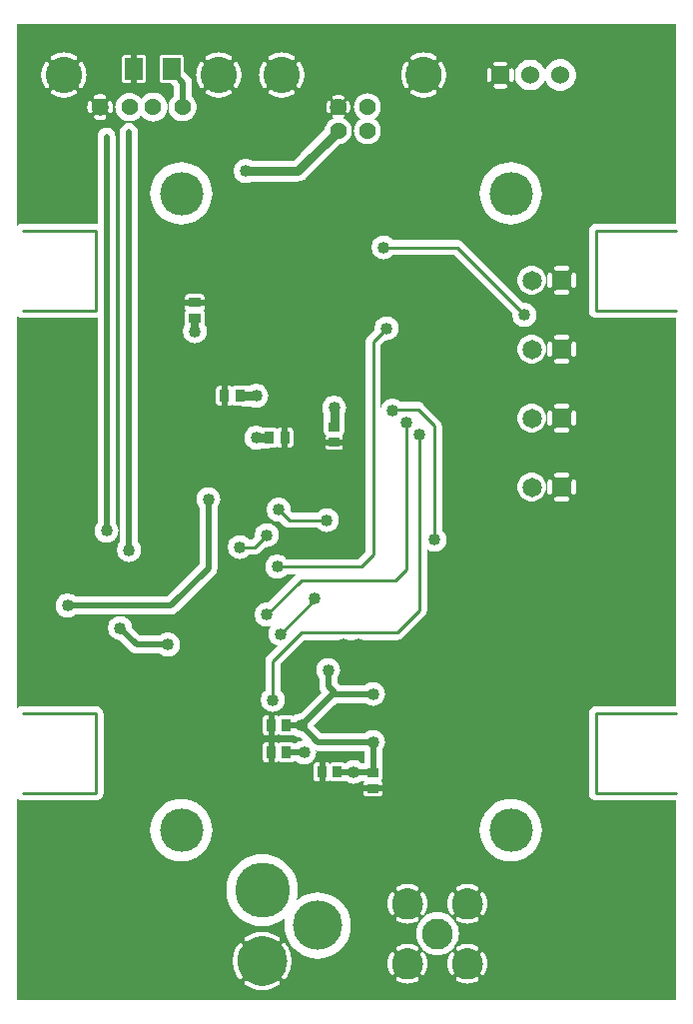
<source format=gbr>
G04 start of page 2 for group 0 idx 0 *
G04 Title: (unknown), solder *
G04 Creator: pcb 20110918 *
G04 CreationDate: Sun 02 Feb 2014 07:13:27 PM GMT UTC *
G04 For: doho *
G04 Format: Gerber/RS-274X *
G04 PCB-Dimensions: 600000 450000 *
G04 PCB-Coordinate-Origin: lower left *
%MOIN*%
%FSLAX25Y25*%
%LNBOTTOM*%
%ADD36C,0.1245*%
%ADD35C,0.1433*%
%ADD34C,0.0630*%
%ADD33C,0.0380*%
%ADD32C,0.0906*%
%ADD31C,0.0362*%
%ADD30C,0.1250*%
%ADD29C,0.0430*%
%ADD28C,0.0150*%
%ADD27C,0.0350*%
%ADD26C,0.0400*%
%ADD25R,0.0295X0.0295*%
%ADD24R,0.0590X0.0590*%
%ADD23C,0.1645*%
%ADD22C,0.1833*%
%ADD21C,0.1030*%
%ADD20C,0.0600*%
%ADD19C,0.1206*%
%ADD18C,0.0562*%
%ADD17C,0.1450*%
%ADD16C,0.0650*%
%ADD15C,0.0300*%
%ADD14C,0.0250*%
%ADD13C,0.0200*%
%ADD12C,0.0100*%
%ADD11C,0.0001*%
G54D11*G36*
X186500Y449500D02*X220500D01*
Y383000D01*
X194098D01*
X194000Y383008D01*
X193608Y382977D01*
X193225Y382885D01*
X192862Y382734D01*
X192526Y382529D01*
X192227Y382273D01*
X191971Y381974D01*
X191766Y381638D01*
X191615Y381275D01*
X191523Y380892D01*
X191523Y380892D01*
X191492Y380500D01*
X191500Y380402D01*
Y354098D01*
X191492Y354000D01*
X191523Y353608D01*
X191615Y353225D01*
X191766Y352862D01*
X191971Y352526D01*
X192227Y352227D01*
X192526Y351971D01*
X192862Y351766D01*
X193225Y351615D01*
X193608Y351523D01*
X194000Y351492D01*
X194098Y351500D01*
X220500D01*
Y222000D01*
X194098D01*
X194000Y222008D01*
X193608Y221977D01*
X193225Y221885D01*
X192862Y221734D01*
X192526Y221529D01*
X192227Y221273D01*
X191971Y220974D01*
X191766Y220638D01*
X191615Y220275D01*
X191523Y219892D01*
X191523Y219892D01*
X191492Y219500D01*
X191500Y219402D01*
Y193098D01*
X191492Y193000D01*
X191523Y192608D01*
X191615Y192225D01*
X191766Y191862D01*
X191971Y191526D01*
X192227Y191227D01*
X192526Y190971D01*
X192862Y190766D01*
X193225Y190615D01*
X193608Y190523D01*
X194000Y190492D01*
X194098Y190500D01*
X220500D01*
Y124000D01*
X186500D01*
Y292498D01*
X186618Y292507D01*
X186732Y292535D01*
X186842Y292580D01*
X186942Y292641D01*
X187032Y292718D01*
X187109Y292808D01*
X187170Y292908D01*
X187215Y293018D01*
X187243Y293132D01*
X187250Y293250D01*
Y296750D01*
X187243Y296868D01*
X187215Y296982D01*
X187170Y297092D01*
X187109Y297192D01*
X187032Y297282D01*
X186942Y297359D01*
X186842Y297420D01*
X186732Y297465D01*
X186618Y297493D01*
X186500Y297502D01*
Y315498D01*
X186618Y315507D01*
X186732Y315535D01*
X186842Y315580D01*
X186942Y315641D01*
X187032Y315718D01*
X187109Y315808D01*
X187170Y315908D01*
X187215Y316018D01*
X187243Y316132D01*
X187250Y316250D01*
Y319750D01*
X187243Y319868D01*
X187215Y319982D01*
X187170Y320092D01*
X187109Y320192D01*
X187032Y320282D01*
X186942Y320359D01*
X186842Y320420D01*
X186732Y320465D01*
X186618Y320493D01*
X186500Y320502D01*
Y338498D01*
X186618Y338507D01*
X186732Y338535D01*
X186842Y338580D01*
X186942Y338641D01*
X187032Y338718D01*
X187109Y338808D01*
X187170Y338908D01*
X187215Y339018D01*
X187243Y339132D01*
X187250Y339250D01*
Y342750D01*
X187243Y342868D01*
X187215Y342982D01*
X187170Y343092D01*
X187109Y343192D01*
X187032Y343282D01*
X186942Y343359D01*
X186842Y343420D01*
X186732Y343465D01*
X186618Y343493D01*
X186500Y343502D01*
Y361498D01*
X186618Y361507D01*
X186732Y361535D01*
X186842Y361580D01*
X186942Y361641D01*
X187032Y361718D01*
X187109Y361808D01*
X187170Y361908D01*
X187215Y362018D01*
X187243Y362132D01*
X187250Y362250D01*
Y365750D01*
X187243Y365868D01*
X187215Y365982D01*
X187170Y366092D01*
X187109Y366192D01*
X187032Y366282D01*
X186942Y366359D01*
X186842Y366420D01*
X186732Y366465D01*
X186618Y366493D01*
X186500Y366502D01*
Y429700D01*
X186737Y430086D01*
X187056Y430857D01*
X187251Y431668D01*
X187300Y432500D01*
X187251Y433332D01*
X187056Y434143D01*
X186737Y434914D01*
X186500Y435300D01*
Y449500D01*
G37*
G36*
Y124000D02*X182500D01*
Y290250D01*
X184250D01*
X184368Y290257D01*
X184482Y290285D01*
X184592Y290330D01*
X184692Y290391D01*
X184782Y290468D01*
X184859Y290558D01*
X184920Y290658D01*
X184965Y290768D01*
X184993Y290882D01*
X185002Y291000D01*
X184993Y291118D01*
X184965Y291232D01*
X184920Y291342D01*
X184859Y291442D01*
X184782Y291532D01*
X184692Y291609D01*
X184592Y291670D01*
X184482Y291715D01*
X184368Y291743D01*
X184250Y291750D01*
X182500D01*
Y298250D01*
X184250D01*
X184368Y298257D01*
X184482Y298285D01*
X184592Y298330D01*
X184692Y298391D01*
X184782Y298468D01*
X184859Y298558D01*
X184920Y298658D01*
X184965Y298768D01*
X184993Y298882D01*
X185002Y299000D01*
X184993Y299118D01*
X184965Y299232D01*
X184920Y299342D01*
X184859Y299442D01*
X184782Y299532D01*
X184692Y299609D01*
X184592Y299670D01*
X184482Y299715D01*
X184368Y299743D01*
X184250Y299750D01*
X182500D01*
Y313250D01*
X184250D01*
X184368Y313257D01*
X184482Y313285D01*
X184592Y313330D01*
X184692Y313391D01*
X184782Y313468D01*
X184859Y313558D01*
X184920Y313658D01*
X184965Y313768D01*
X184993Y313882D01*
X185002Y314000D01*
X184993Y314118D01*
X184965Y314232D01*
X184920Y314342D01*
X184859Y314442D01*
X184782Y314532D01*
X184692Y314609D01*
X184592Y314670D01*
X184482Y314715D01*
X184368Y314743D01*
X184250Y314750D01*
X182500D01*
Y321250D01*
X184250D01*
X184368Y321257D01*
X184482Y321285D01*
X184592Y321330D01*
X184692Y321391D01*
X184782Y321468D01*
X184859Y321558D01*
X184920Y321658D01*
X184965Y321768D01*
X184993Y321882D01*
X185002Y322000D01*
X184993Y322118D01*
X184965Y322232D01*
X184920Y322342D01*
X184859Y322442D01*
X184782Y322532D01*
X184692Y322609D01*
X184592Y322670D01*
X184482Y322715D01*
X184368Y322743D01*
X184250Y322750D01*
X182500D01*
Y336250D01*
X184250D01*
X184368Y336257D01*
X184482Y336285D01*
X184592Y336330D01*
X184692Y336391D01*
X184782Y336468D01*
X184859Y336558D01*
X184920Y336658D01*
X184965Y336768D01*
X184993Y336882D01*
X185002Y337000D01*
X184993Y337118D01*
X184965Y337232D01*
X184920Y337342D01*
X184859Y337442D01*
X184782Y337532D01*
X184692Y337609D01*
X184592Y337670D01*
X184482Y337715D01*
X184368Y337743D01*
X184250Y337750D01*
X182500D01*
Y344250D01*
X184250D01*
X184368Y344257D01*
X184482Y344285D01*
X184592Y344330D01*
X184692Y344391D01*
X184782Y344468D01*
X184859Y344558D01*
X184920Y344658D01*
X184965Y344768D01*
X184993Y344882D01*
X185002Y345000D01*
X184993Y345118D01*
X184965Y345232D01*
X184920Y345342D01*
X184859Y345442D01*
X184782Y345532D01*
X184692Y345609D01*
X184592Y345670D01*
X184482Y345715D01*
X184368Y345743D01*
X184250Y345750D01*
X182500D01*
Y359250D01*
X184250D01*
X184368Y359257D01*
X184482Y359285D01*
X184592Y359330D01*
X184692Y359391D01*
X184782Y359468D01*
X184859Y359558D01*
X184920Y359658D01*
X184965Y359768D01*
X184993Y359882D01*
X185002Y360000D01*
X184993Y360118D01*
X184965Y360232D01*
X184920Y360342D01*
X184859Y360442D01*
X184782Y360532D01*
X184692Y360609D01*
X184592Y360670D01*
X184482Y360715D01*
X184368Y360743D01*
X184250Y360750D01*
X182500D01*
Y367250D01*
X184250D01*
X184368Y367257D01*
X184482Y367285D01*
X184592Y367330D01*
X184692Y367391D01*
X184782Y367468D01*
X184859Y367558D01*
X184920Y367658D01*
X184965Y367768D01*
X184993Y367882D01*
X185002Y368000D01*
X184993Y368118D01*
X184965Y368232D01*
X184920Y368342D01*
X184859Y368442D01*
X184782Y368532D01*
X184692Y368609D01*
X184592Y368670D01*
X184482Y368715D01*
X184368Y368743D01*
X184250Y368750D01*
X182500D01*
Y427223D01*
X182832Y427249D01*
X183643Y427444D01*
X184414Y427763D01*
X185125Y428199D01*
X185759Y428741D01*
X186301Y429375D01*
X186500Y429700D01*
Y366502D01*
X186382Y366493D01*
X186268Y366465D01*
X186158Y366420D01*
X186058Y366359D01*
X185968Y366282D01*
X185891Y366192D01*
X185830Y366092D01*
X185785Y365982D01*
X185757Y365868D01*
X185750Y365750D01*
Y362250D01*
X185757Y362132D01*
X185785Y362018D01*
X185830Y361908D01*
X185891Y361808D01*
X185968Y361718D01*
X186058Y361641D01*
X186158Y361580D01*
X186268Y361535D01*
X186382Y361507D01*
X186500Y361498D01*
Y343502D01*
X186382Y343493D01*
X186268Y343465D01*
X186158Y343420D01*
X186058Y343359D01*
X185968Y343282D01*
X185891Y343192D01*
X185830Y343092D01*
X185785Y342982D01*
X185757Y342868D01*
X185750Y342750D01*
Y339250D01*
X185757Y339132D01*
X185785Y339018D01*
X185830Y338908D01*
X185891Y338808D01*
X185968Y338718D01*
X186058Y338641D01*
X186158Y338580D01*
X186268Y338535D01*
X186382Y338507D01*
X186500Y338498D01*
Y320502D01*
X186382Y320493D01*
X186268Y320465D01*
X186158Y320420D01*
X186058Y320359D01*
X185968Y320282D01*
X185891Y320192D01*
X185830Y320092D01*
X185785Y319982D01*
X185757Y319868D01*
X185750Y319750D01*
Y316250D01*
X185757Y316132D01*
X185785Y316018D01*
X185830Y315908D01*
X185891Y315808D01*
X185968Y315718D01*
X186058Y315641D01*
X186158Y315580D01*
X186268Y315535D01*
X186382Y315507D01*
X186500Y315498D01*
Y297502D01*
X186382Y297493D01*
X186268Y297465D01*
X186158Y297420D01*
X186058Y297359D01*
X185968Y297282D01*
X185891Y297192D01*
X185830Y297092D01*
X185785Y296982D01*
X185757Y296868D01*
X185750Y296750D01*
Y293250D01*
X185757Y293132D01*
X185785Y293018D01*
X185830Y292908D01*
X185891Y292808D01*
X185968Y292718D01*
X186058Y292641D01*
X186158Y292580D01*
X186268Y292535D01*
X186382Y292507D01*
X186500Y292498D01*
Y124000D01*
G37*
G36*
X182500Y449500D02*X186500D01*
Y435300D01*
X186301Y435625D01*
X185759Y436259D01*
X185125Y436801D01*
X184414Y437237D01*
X183643Y437556D01*
X182832Y437751D01*
X182500Y437777D01*
Y449500D01*
G37*
G36*
X178500Y428519D02*X178875Y428199D01*
X179586Y427763D01*
X180357Y427444D01*
X181168Y427249D01*
X182000Y427184D01*
X182500Y427223D01*
Y368750D01*
X180750D01*
X180632Y368743D01*
X180518Y368715D01*
X180408Y368670D01*
X180308Y368609D01*
X180218Y368532D01*
X180141Y368442D01*
X180080Y368342D01*
X180035Y368232D01*
X180007Y368118D01*
X179998Y368000D01*
X180007Y367882D01*
X180035Y367768D01*
X180080Y367658D01*
X180141Y367558D01*
X180218Y367468D01*
X180308Y367391D01*
X180408Y367330D01*
X180518Y367285D01*
X180632Y367257D01*
X180750Y367250D01*
X182500D01*
Y360750D01*
X180750D01*
X180632Y360743D01*
X180518Y360715D01*
X180408Y360670D01*
X180308Y360609D01*
X180218Y360532D01*
X180141Y360442D01*
X180080Y360342D01*
X180035Y360232D01*
X180007Y360118D01*
X179998Y360000D01*
X180007Y359882D01*
X180035Y359768D01*
X180080Y359658D01*
X180141Y359558D01*
X180218Y359468D01*
X180308Y359391D01*
X180408Y359330D01*
X180518Y359285D01*
X180632Y359257D01*
X180750Y359250D01*
X182500D01*
Y345750D01*
X180750D01*
X180632Y345743D01*
X180518Y345715D01*
X180408Y345670D01*
X180308Y345609D01*
X180218Y345532D01*
X180141Y345442D01*
X180080Y345342D01*
X180035Y345232D01*
X180007Y345118D01*
X179998Y345000D01*
X180007Y344882D01*
X180035Y344768D01*
X180080Y344658D01*
X180141Y344558D01*
X180218Y344468D01*
X180308Y344391D01*
X180408Y344330D01*
X180518Y344285D01*
X180632Y344257D01*
X180750Y344250D01*
X182500D01*
Y337750D01*
X180750D01*
X180632Y337743D01*
X180518Y337715D01*
X180408Y337670D01*
X180308Y337609D01*
X180218Y337532D01*
X180141Y337442D01*
X180080Y337342D01*
X180035Y337232D01*
X180007Y337118D01*
X179998Y337000D01*
X180007Y336882D01*
X180035Y336768D01*
X180080Y336658D01*
X180141Y336558D01*
X180218Y336468D01*
X180308Y336391D01*
X180408Y336330D01*
X180518Y336285D01*
X180632Y336257D01*
X180750Y336250D01*
X182500D01*
Y322750D01*
X180750D01*
X180632Y322743D01*
X180518Y322715D01*
X180408Y322670D01*
X180308Y322609D01*
X180218Y322532D01*
X180141Y322442D01*
X180080Y322342D01*
X180035Y322232D01*
X180007Y322118D01*
X179998Y322000D01*
X180007Y321882D01*
X180035Y321768D01*
X180080Y321658D01*
X180141Y321558D01*
X180218Y321468D01*
X180308Y321391D01*
X180408Y321330D01*
X180518Y321285D01*
X180632Y321257D01*
X180750Y321250D01*
X182500D01*
Y314750D01*
X180750D01*
X180632Y314743D01*
X180518Y314715D01*
X180408Y314670D01*
X180308Y314609D01*
X180218Y314532D01*
X180141Y314442D01*
X180080Y314342D01*
X180035Y314232D01*
X180007Y314118D01*
X179998Y314000D01*
X180007Y313882D01*
X180035Y313768D01*
X180080Y313658D01*
X180141Y313558D01*
X180218Y313468D01*
X180308Y313391D01*
X180408Y313330D01*
X180518Y313285D01*
X180632Y313257D01*
X180750Y313250D01*
X182500D01*
Y299750D01*
X180750D01*
X180632Y299743D01*
X180518Y299715D01*
X180408Y299670D01*
X180308Y299609D01*
X180218Y299532D01*
X180141Y299442D01*
X180080Y299342D01*
X180035Y299232D01*
X180007Y299118D01*
X179998Y299000D01*
X180007Y298882D01*
X180035Y298768D01*
X180080Y298658D01*
X180141Y298558D01*
X180218Y298468D01*
X180308Y298391D01*
X180408Y298330D01*
X180518Y298285D01*
X180632Y298257D01*
X180750Y298250D01*
X182500D01*
Y291750D01*
X180750D01*
X180632Y291743D01*
X180518Y291715D01*
X180408Y291670D01*
X180308Y291609D01*
X180218Y291532D01*
X180141Y291442D01*
X180080Y291342D01*
X180035Y291232D01*
X180007Y291118D01*
X179998Y291000D01*
X180007Y290882D01*
X180035Y290768D01*
X180080Y290658D01*
X180141Y290558D01*
X180218Y290468D01*
X180308Y290391D01*
X180408Y290330D01*
X180518Y290285D01*
X180632Y290257D01*
X180750Y290250D01*
X182500D01*
Y124000D01*
X178500D01*
Y292498D01*
X178618Y292507D01*
X178732Y292535D01*
X178842Y292580D01*
X178942Y292641D01*
X179032Y292718D01*
X179109Y292808D01*
X179170Y292908D01*
X179215Y293018D01*
X179243Y293132D01*
X179250Y293250D01*
Y296750D01*
X179243Y296868D01*
X179215Y296982D01*
X179170Y297092D01*
X179109Y297192D01*
X179032Y297282D01*
X178942Y297359D01*
X178842Y297420D01*
X178732Y297465D01*
X178618Y297493D01*
X178500Y297502D01*
Y315498D01*
X178618Y315507D01*
X178732Y315535D01*
X178842Y315580D01*
X178942Y315641D01*
X179032Y315718D01*
X179109Y315808D01*
X179170Y315908D01*
X179215Y316018D01*
X179243Y316132D01*
X179250Y316250D01*
Y319750D01*
X179243Y319868D01*
X179215Y319982D01*
X179170Y320092D01*
X179109Y320192D01*
X179032Y320282D01*
X178942Y320359D01*
X178842Y320420D01*
X178732Y320465D01*
X178618Y320493D01*
X178500Y320502D01*
Y338498D01*
X178618Y338507D01*
X178732Y338535D01*
X178842Y338580D01*
X178942Y338641D01*
X179032Y338718D01*
X179109Y338808D01*
X179170Y338908D01*
X179215Y339018D01*
X179243Y339132D01*
X179250Y339250D01*
Y342750D01*
X179243Y342868D01*
X179215Y342982D01*
X179170Y343092D01*
X179109Y343192D01*
X179032Y343282D01*
X178942Y343359D01*
X178842Y343420D01*
X178732Y343465D01*
X178618Y343493D01*
X178500Y343502D01*
Y361498D01*
X178618Y361507D01*
X178732Y361535D01*
X178842Y361580D01*
X178942Y361641D01*
X179032Y361718D01*
X179109Y361808D01*
X179170Y361908D01*
X179215Y362018D01*
X179243Y362132D01*
X179250Y362250D01*
Y365750D01*
X179243Y365868D01*
X179215Y365982D01*
X179170Y366092D01*
X179109Y366192D01*
X179032Y366282D01*
X178942Y366359D01*
X178842Y366420D01*
X178732Y366465D01*
X178618Y366493D01*
X178500Y366502D01*
Y428519D01*
G37*
G36*
Y449500D02*X182500D01*
Y437777D01*
X182000Y437816D01*
X181168Y437751D01*
X180357Y437556D01*
X179586Y437237D01*
X178875Y436801D01*
X178500Y436481D01*
Y449500D01*
G37*
G36*
X172493Y427423D02*X172800Y427447D01*
X173581Y427635D01*
X174322Y427942D01*
X175007Y428361D01*
X175617Y428883D01*
X176139Y429493D01*
X176558Y430178D01*
X176865Y430919D01*
X176897Y431052D01*
X176944Y430857D01*
X177263Y430086D01*
X177699Y429375D01*
X178241Y428741D01*
X178500Y428519D01*
Y366502D01*
X178382Y366493D01*
X178268Y366465D01*
X178158Y366420D01*
X178058Y366359D01*
X177968Y366282D01*
X177891Y366192D01*
X177830Y366092D01*
X177785Y365982D01*
X177757Y365868D01*
X177750Y365750D01*
Y362250D01*
X177757Y362132D01*
X177785Y362018D01*
X177830Y361908D01*
X177891Y361808D01*
X177968Y361718D01*
X178058Y361641D01*
X178158Y361580D01*
X178268Y361535D01*
X178382Y361507D01*
X178500Y361498D01*
Y343502D01*
X178382Y343493D01*
X178268Y343465D01*
X178158Y343420D01*
X178058Y343359D01*
X177968Y343282D01*
X177891Y343192D01*
X177830Y343092D01*
X177785Y342982D01*
X177757Y342868D01*
X177750Y342750D01*
Y339250D01*
X177757Y339132D01*
X177785Y339018D01*
X177830Y338908D01*
X177891Y338808D01*
X177968Y338718D01*
X178058Y338641D01*
X178158Y338580D01*
X178268Y338535D01*
X178382Y338507D01*
X178500Y338498D01*
Y320502D01*
X178382Y320493D01*
X178268Y320465D01*
X178158Y320420D01*
X178058Y320359D01*
X177968Y320282D01*
X177891Y320192D01*
X177830Y320092D01*
X177785Y319982D01*
X177757Y319868D01*
X177750Y319750D01*
Y316250D01*
X177757Y316132D01*
X177785Y316018D01*
X177830Y315908D01*
X177891Y315808D01*
X177968Y315718D01*
X178058Y315641D01*
X178158Y315580D01*
X178268Y315535D01*
X178382Y315507D01*
X178500Y315498D01*
Y297502D01*
X178382Y297493D01*
X178268Y297465D01*
X178158Y297420D01*
X178058Y297359D01*
X177968Y297282D01*
X177891Y297192D01*
X177830Y297092D01*
X177785Y296982D01*
X177757Y296868D01*
X177750Y296750D01*
Y293250D01*
X177757Y293132D01*
X177785Y293018D01*
X177830Y292908D01*
X177891Y292808D01*
X177968Y292718D01*
X178058Y292641D01*
X178158Y292580D01*
X178268Y292535D01*
X178382Y292507D01*
X178500Y292498D01*
Y124000D01*
X172493D01*
Y172861D01*
X172841Y173159D01*
X173899Y174398D01*
X174750Y175787D01*
X175374Y177292D01*
X175754Y178876D01*
X175850Y180500D01*
X175754Y182124D01*
X175374Y183708D01*
X174750Y185213D01*
X173899Y186602D01*
X172841Y187841D01*
X172493Y188139D01*
Y290236D01*
X172500Y290235D01*
X173245Y290294D01*
X173972Y290469D01*
X174663Y290755D01*
X175301Y291145D01*
X175869Y291631D01*
X176355Y292199D01*
X176745Y292837D01*
X177031Y293528D01*
X177206Y294255D01*
X177250Y295000D01*
X177206Y295745D01*
X177031Y296472D01*
X176745Y297163D01*
X176355Y297801D01*
X175869Y298369D01*
X175301Y298855D01*
X174663Y299245D01*
X173972Y299531D01*
X173245Y299706D01*
X172500Y299765D01*
X172493Y299764D01*
Y313236D01*
X172500Y313235D01*
X173245Y313294D01*
X173972Y313469D01*
X174663Y313755D01*
X175301Y314145D01*
X175869Y314631D01*
X176355Y315199D01*
X176745Y315837D01*
X177031Y316528D01*
X177206Y317255D01*
X177250Y318000D01*
X177206Y318745D01*
X177031Y319472D01*
X176745Y320163D01*
X176355Y320801D01*
X175869Y321369D01*
X175301Y321855D01*
X174663Y322245D01*
X173972Y322531D01*
X173245Y322706D01*
X172500Y322765D01*
X172493Y322764D01*
Y336236D01*
X172500Y336235D01*
X173245Y336294D01*
X173972Y336469D01*
X174663Y336755D01*
X175301Y337145D01*
X175869Y337631D01*
X176355Y338199D01*
X176745Y338837D01*
X177031Y339528D01*
X177206Y340255D01*
X177250Y341000D01*
X177206Y341745D01*
X177031Y342472D01*
X176745Y343163D01*
X176355Y343801D01*
X175869Y344369D01*
X175301Y344855D01*
X174663Y345245D01*
X173972Y345531D01*
X173245Y345706D01*
X172500Y345765D01*
X172493Y345764D01*
Y349369D01*
X172837Y349663D01*
X173246Y350142D01*
X173575Y350678D01*
X173816Y351260D01*
X173963Y351872D01*
X174000Y352500D01*
X173963Y353128D01*
X173816Y353740D01*
X173575Y354322D01*
X173246Y354858D01*
X172837Y355337D01*
X172493Y355631D01*
Y359236D01*
X172500Y359235D01*
X173245Y359294D01*
X173972Y359469D01*
X174663Y359755D01*
X175301Y360145D01*
X175869Y360631D01*
X176355Y361199D01*
X176745Y361837D01*
X177031Y362528D01*
X177206Y363255D01*
X177250Y364000D01*
X177206Y364745D01*
X177031Y365472D01*
X176745Y366163D01*
X176355Y366801D01*
X175869Y367369D01*
X175301Y367855D01*
X174663Y368245D01*
X173972Y368531D01*
X173245Y368706D01*
X172500Y368765D01*
X172493Y368764D01*
Y385361D01*
X172841Y385659D01*
X173899Y386898D01*
X174750Y388287D01*
X175374Y389792D01*
X175754Y391376D01*
X175850Y393000D01*
X175754Y394624D01*
X175374Y396208D01*
X174750Y397713D01*
X173899Y399102D01*
X172841Y400341D01*
X172493Y400639D01*
Y427423D01*
G37*
G36*
Y449500D02*X178500D01*
Y436481D01*
X178241Y436259D01*
X177699Y435625D01*
X177263Y434914D01*
X176944Y434143D01*
X176897Y433948D01*
X176865Y434081D01*
X176558Y434822D01*
X176139Y435507D01*
X175617Y436117D01*
X175007Y436639D01*
X174322Y437058D01*
X173581Y437365D01*
X172800Y437553D01*
X172493Y437577D01*
Y449500D01*
G37*
G36*
X156494Y362471D02*X166022Y352942D01*
X165988Y352500D01*
X166037Y351872D01*
X166184Y351260D01*
X166425Y350678D01*
X166754Y350142D01*
X167163Y349663D01*
X167642Y349254D01*
X168178Y348925D01*
X168760Y348684D01*
X169372Y348537D01*
X170000Y348488D01*
X170628Y348537D01*
X171240Y348684D01*
X171822Y348925D01*
X172358Y349254D01*
X172493Y349369D01*
Y345764D01*
X171755Y345706D01*
X171028Y345531D01*
X170337Y345245D01*
X169699Y344855D01*
X169131Y344369D01*
X168645Y343801D01*
X168255Y343163D01*
X167969Y342472D01*
X167794Y341745D01*
X167735Y341000D01*
X167794Y340255D01*
X167969Y339528D01*
X168255Y338837D01*
X168645Y338199D01*
X169131Y337631D01*
X169699Y337145D01*
X170337Y336755D01*
X171028Y336469D01*
X171755Y336294D01*
X172493Y336236D01*
Y322764D01*
X171755Y322706D01*
X171028Y322531D01*
X170337Y322245D01*
X169699Y321855D01*
X169131Y321369D01*
X168645Y320801D01*
X168255Y320163D01*
X167969Y319472D01*
X167794Y318745D01*
X167735Y318000D01*
X167794Y317255D01*
X167969Y316528D01*
X168255Y315837D01*
X168645Y315199D01*
X169131Y314631D01*
X169699Y314145D01*
X170337Y313755D01*
X171028Y313469D01*
X171755Y313294D01*
X172493Y313236D01*
Y299764D01*
X171755Y299706D01*
X171028Y299531D01*
X170337Y299245D01*
X169699Y298855D01*
X169131Y298369D01*
X168645Y297801D01*
X168255Y297163D01*
X167969Y296472D01*
X167794Y295745D01*
X167735Y295000D01*
X167794Y294255D01*
X167969Y293528D01*
X168255Y292837D01*
X168645Y292199D01*
X169131Y291631D01*
X169699Y291145D01*
X170337Y290755D01*
X171028Y290469D01*
X171755Y290294D01*
X172493Y290236D01*
Y188139D01*
X171602Y188899D01*
X170213Y189750D01*
X168708Y190374D01*
X167124Y190754D01*
X165500Y190882D01*
X163876Y190754D01*
X162292Y190374D01*
X160787Y189750D01*
X159398Y188899D01*
X158159Y187841D01*
X157101Y186602D01*
X156494Y185612D01*
Y362471D01*
G37*
G36*
X172493Y124000D02*X156494D01*
Y132379D01*
X156586Y132449D01*
X156668Y132534D01*
X156734Y132632D01*
X157015Y133149D01*
X157244Y133692D01*
X157423Y134253D01*
X157552Y134828D01*
X157630Y135411D01*
X157657Y136000D01*
X157630Y136589D01*
X157552Y137172D01*
X157423Y137747D01*
X157244Y138308D01*
X157015Y138851D01*
X156739Y139372D01*
X156672Y139470D01*
X156590Y139555D01*
X156495Y139627D01*
X156494Y139627D01*
Y152379D01*
X156586Y152449D01*
X156668Y152534D01*
X156734Y152632D01*
X157015Y153149D01*
X157244Y153692D01*
X157423Y154253D01*
X157552Y154828D01*
X157630Y155411D01*
X157657Y156000D01*
X157630Y156589D01*
X157552Y157172D01*
X157423Y157747D01*
X157244Y158308D01*
X157015Y158851D01*
X156739Y159372D01*
X156672Y159470D01*
X156590Y159555D01*
X156495Y159627D01*
X156494Y159627D01*
Y175388D01*
X157101Y174398D01*
X158159Y173159D01*
X159398Y172101D01*
X160787Y171250D01*
X162292Y170626D01*
X163876Y170246D01*
X165500Y170118D01*
X167124Y170246D01*
X168708Y170626D01*
X170213Y171250D01*
X171602Y172101D01*
X172493Y172861D01*
Y124000D01*
G37*
G36*
X156494D02*X151003D01*
Y129344D01*
X151589Y129370D01*
X152172Y129448D01*
X152747Y129577D01*
X153308Y129756D01*
X153851Y129985D01*
X154372Y130261D01*
X154470Y130328D01*
X154555Y130410D01*
X154627Y130505D01*
X154683Y130610D01*
X154722Y130722D01*
X154742Y130839D01*
X154745Y130958D01*
X154728Y131076D01*
X154694Y131190D01*
X154642Y131297D01*
X154574Y131394D01*
X154491Y131480D01*
X154396Y131551D01*
X154291Y131607D01*
X154179Y131646D01*
X154062Y131667D01*
X153943Y131669D01*
X153825Y131653D01*
X153712Y131618D01*
X153606Y131564D01*
X153206Y131346D01*
X152786Y131170D01*
X152352Y131031D01*
X151907Y130931D01*
X151455Y130870D01*
X151003Y130850D01*
Y141150D01*
X151455Y141130D01*
X151907Y141069D01*
X152352Y140969D01*
X152786Y140830D01*
X153206Y140654D01*
X153609Y140440D01*
X153714Y140387D01*
X153827Y140352D01*
X153943Y140336D01*
X154062Y140338D01*
X154178Y140359D01*
X154289Y140398D01*
X154394Y140453D01*
X154488Y140524D01*
X154570Y140609D01*
X154637Y140706D01*
X154689Y140812D01*
X154723Y140925D01*
X154740Y141042D01*
X154737Y141160D01*
X154717Y141276D01*
X154678Y141388D01*
X154623Y141492D01*
X154551Y141586D01*
X154466Y141668D01*
X154368Y141734D01*
X153851Y142015D01*
X153308Y142244D01*
X152747Y142423D01*
X152172Y142552D01*
X151589Y142630D01*
X151003Y142656D01*
Y149344D01*
X151589Y149370D01*
X152172Y149448D01*
X152747Y149577D01*
X153308Y149756D01*
X153851Y149985D01*
X154372Y150261D01*
X154470Y150328D01*
X154555Y150410D01*
X154627Y150505D01*
X154683Y150610D01*
X154722Y150722D01*
X154742Y150839D01*
X154745Y150958D01*
X154728Y151076D01*
X154694Y151190D01*
X154642Y151297D01*
X154574Y151394D01*
X154491Y151480D01*
X154396Y151551D01*
X154291Y151607D01*
X154179Y151646D01*
X154062Y151667D01*
X153943Y151669D01*
X153825Y151653D01*
X153712Y151618D01*
X153606Y151564D01*
X153206Y151346D01*
X152786Y151170D01*
X152352Y151031D01*
X151907Y150931D01*
X151455Y150870D01*
X151003Y150850D01*
Y161150D01*
X151455Y161130D01*
X151907Y161069D01*
X152352Y160969D01*
X152786Y160830D01*
X153206Y160654D01*
X153609Y160440D01*
X153714Y160387D01*
X153827Y160352D01*
X153943Y160336D01*
X154062Y160338D01*
X154178Y160359D01*
X154289Y160398D01*
X154394Y160453D01*
X154488Y160524D01*
X154570Y160609D01*
X154637Y160706D01*
X154689Y160812D01*
X154723Y160925D01*
X154740Y161042D01*
X154737Y161160D01*
X154717Y161276D01*
X154678Y161388D01*
X154623Y161492D01*
X154551Y161586D01*
X154466Y161668D01*
X154368Y161734D01*
X153851Y162015D01*
X153308Y162244D01*
X152747Y162423D01*
X152172Y162552D01*
X151589Y162630D01*
X151003Y162656D01*
Y367962D01*
X156494Y362471D01*
Y185612D01*
X156250Y185213D01*
X155626Y183708D01*
X155246Y182124D01*
X155118Y180500D01*
X155246Y178876D01*
X155626Y177292D01*
X156250Y175787D01*
X156494Y175388D01*
Y159627D01*
X156390Y159683D01*
X156278Y159722D01*
X156161Y159742D01*
X156042Y159745D01*
X155924Y159728D01*
X155810Y159694D01*
X155703Y159642D01*
X155606Y159574D01*
X155520Y159491D01*
X155449Y159396D01*
X155393Y159291D01*
X155354Y159179D01*
X155333Y159062D01*
X155331Y158943D01*
X155347Y158825D01*
X155382Y158712D01*
X155436Y158606D01*
X155654Y158206D01*
X155830Y157786D01*
X155969Y157352D01*
X156069Y156907D01*
X156130Y156455D01*
X156150Y156000D01*
X156130Y155545D01*
X156069Y155093D01*
X155969Y154648D01*
X155830Y154214D01*
X155654Y153794D01*
X155440Y153391D01*
X155387Y153286D01*
X155352Y153173D01*
X155336Y153057D01*
X155338Y152938D01*
X155359Y152822D01*
X155398Y152711D01*
X155453Y152606D01*
X155524Y152512D01*
X155609Y152430D01*
X155706Y152363D01*
X155812Y152311D01*
X155925Y152277D01*
X156042Y152260D01*
X156160Y152263D01*
X156276Y152283D01*
X156388Y152322D01*
X156492Y152377D01*
X156494Y152379D01*
Y139627D01*
X156390Y139683D01*
X156278Y139722D01*
X156161Y139742D01*
X156042Y139745D01*
X155924Y139728D01*
X155810Y139694D01*
X155703Y139642D01*
X155606Y139574D01*
X155520Y139491D01*
X155449Y139396D01*
X155393Y139291D01*
X155354Y139179D01*
X155333Y139062D01*
X155331Y138943D01*
X155347Y138825D01*
X155382Y138712D01*
X155436Y138606D01*
X155654Y138206D01*
X155830Y137786D01*
X155969Y137352D01*
X156069Y136907D01*
X156130Y136455D01*
X156150Y136000D01*
X156130Y135545D01*
X156069Y135093D01*
X155969Y134648D01*
X155830Y134214D01*
X155654Y133794D01*
X155440Y133391D01*
X155387Y133286D01*
X155352Y133173D01*
X155336Y133057D01*
X155338Y132938D01*
X155359Y132822D01*
X155398Y132711D01*
X155453Y132606D01*
X155524Y132512D01*
X155609Y132430D01*
X155706Y132363D01*
X155812Y132311D01*
X155925Y132277D01*
X156042Y132260D01*
X156160Y132263D01*
X156276Y132283D01*
X156388Y132322D01*
X156492Y132377D01*
X156494Y132379D01*
Y124000D01*
G37*
G36*
X151003D02*X146494D01*
Y132528D01*
X146551Y132604D01*
X146607Y132709D01*
X146646Y132821D01*
X146667Y132938D01*
X146669Y133057D01*
X146653Y133175D01*
X146618Y133288D01*
X146564Y133394D01*
X146494Y133523D01*
Y138484D01*
X146560Y138609D01*
X146613Y138714D01*
X146648Y138827D01*
X146664Y138944D01*
X146662Y139062D01*
X146641Y139178D01*
X146602Y139289D01*
X146547Y139394D01*
X146494Y139464D01*
Y141423D01*
X146802Y141784D01*
X147390Y142744D01*
X147821Y143784D01*
X148084Y144878D01*
X148150Y146000D01*
X148084Y147122D01*
X147821Y148216D01*
X147390Y149256D01*
X146802Y150216D01*
X146494Y150577D01*
Y152528D01*
X146551Y152604D01*
X146607Y152709D01*
X146646Y152821D01*
X146667Y152938D01*
X146669Y153057D01*
X146653Y153175D01*
X146618Y153288D01*
X146564Y153394D01*
X146494Y153523D01*
Y158484D01*
X146560Y158609D01*
X146613Y158714D01*
X146648Y158827D01*
X146664Y158944D01*
X146662Y159062D01*
X146641Y159178D01*
X146602Y159289D01*
X146547Y159394D01*
X146494Y159464D01*
Y372471D01*
X151003Y367962D01*
Y162656D01*
X151000Y162657D01*
X150411Y162630D01*
X149828Y162552D01*
X149253Y162423D01*
X148692Y162244D01*
X148149Y162015D01*
X147628Y161739D01*
X147530Y161672D01*
X147445Y161590D01*
X147373Y161495D01*
X147317Y161390D01*
X147278Y161278D01*
X147258Y161161D01*
X147255Y161042D01*
X147272Y160924D01*
X147306Y160810D01*
X147358Y160703D01*
X147426Y160606D01*
X147509Y160520D01*
X147604Y160449D01*
X147709Y160393D01*
X147821Y160354D01*
X147938Y160333D01*
X148057Y160331D01*
X148175Y160347D01*
X148288Y160382D01*
X148394Y160436D01*
X148794Y160654D01*
X149214Y160830D01*
X149648Y160969D01*
X150093Y161069D01*
X150545Y161130D01*
X151000Y161150D01*
X151003Y161150D01*
Y150850D01*
X151000Y150850D01*
X150545Y150870D01*
X150093Y150931D01*
X149648Y151031D01*
X149214Y151170D01*
X148794Y151346D01*
X148391Y151560D01*
X148286Y151613D01*
X148173Y151648D01*
X148056Y151664D01*
X147938Y151662D01*
X147822Y151641D01*
X147711Y151602D01*
X147606Y151547D01*
X147512Y151476D01*
X147430Y151391D01*
X147363Y151294D01*
X147311Y151188D01*
X147277Y151075D01*
X147260Y150958D01*
X147263Y150840D01*
X147283Y150724D01*
X147322Y150612D01*
X147377Y150508D01*
X147449Y150414D01*
X147534Y150332D01*
X147632Y150266D01*
X148149Y149985D01*
X148692Y149756D01*
X149253Y149577D01*
X149828Y149448D01*
X150411Y149370D01*
X151000Y149343D01*
X151003Y149344D01*
Y142656D01*
X151000Y142657D01*
X150411Y142630D01*
X149828Y142552D01*
X149253Y142423D01*
X148692Y142244D01*
X148149Y142015D01*
X147628Y141739D01*
X147530Y141672D01*
X147445Y141590D01*
X147373Y141495D01*
X147317Y141390D01*
X147278Y141278D01*
X147258Y141161D01*
X147255Y141042D01*
X147272Y140924D01*
X147306Y140810D01*
X147358Y140703D01*
X147426Y140606D01*
X147509Y140520D01*
X147604Y140449D01*
X147709Y140393D01*
X147821Y140354D01*
X147938Y140333D01*
X148057Y140331D01*
X148175Y140347D01*
X148288Y140382D01*
X148394Y140436D01*
X148794Y140654D01*
X149214Y140830D01*
X149648Y140969D01*
X150093Y141069D01*
X150545Y141130D01*
X151000Y141150D01*
X151003Y141150D01*
Y130850D01*
X151000Y130850D01*
X150545Y130870D01*
X150093Y130931D01*
X149648Y131031D01*
X149214Y131170D01*
X148794Y131346D01*
X148391Y131560D01*
X148286Y131613D01*
X148173Y131648D01*
X148056Y131664D01*
X147938Y131662D01*
X147822Y131641D01*
X147711Y131602D01*
X147606Y131547D01*
X147512Y131476D01*
X147430Y131391D01*
X147363Y131294D01*
X147311Y131188D01*
X147277Y131075D01*
X147260Y130958D01*
X147263Y130840D01*
X147283Y130724D01*
X147322Y130612D01*
X147377Y130508D01*
X147449Y130414D01*
X147534Y130332D01*
X147632Y130266D01*
X148149Y129985D01*
X148692Y129756D01*
X149253Y129577D01*
X149828Y129448D01*
X150411Y129370D01*
X151000Y129343D01*
X151003Y129344D01*
Y124000D01*
G37*
G36*
X162000Y383247D02*X162292Y383126D01*
X163876Y382746D01*
X165500Y382618D01*
X167124Y382746D01*
X168708Y383126D01*
X170213Y383750D01*
X171602Y384601D01*
X172493Y385361D01*
Y368764D01*
X171755Y368706D01*
X171028Y368531D01*
X170337Y368245D01*
X169699Y367855D01*
X169131Y367369D01*
X168645Y366801D01*
X168255Y366163D01*
X167969Y365472D01*
X167794Y364745D01*
X167735Y364000D01*
X167794Y363255D01*
X167969Y362528D01*
X168255Y361837D01*
X168645Y361199D01*
X169131Y360631D01*
X169699Y360145D01*
X170337Y359755D01*
X171028Y359469D01*
X171755Y359294D01*
X172493Y359236D01*
Y355631D01*
X172358Y355746D01*
X171822Y356075D01*
X171240Y356316D01*
X170628Y356463D01*
X170000Y356512D01*
X169558Y356478D01*
X162000Y364036D01*
Y383247D01*
G37*
G36*
X165750Y449500D02*X172493D01*
Y437577D01*
X172000Y437616D01*
X171200Y437553D01*
X170419Y437365D01*
X169678Y437058D01*
X168993Y436639D01*
X168383Y436117D01*
X167861Y435507D01*
X167442Y434822D01*
X167135Y434081D01*
X166947Y433300D01*
X166884Y432500D01*
X166947Y431700D01*
X167135Y430919D01*
X167442Y430178D01*
X167861Y429493D01*
X168383Y428883D01*
X168993Y428361D01*
X169678Y427942D01*
X170419Y427635D01*
X171200Y427447D01*
X172000Y427384D01*
X172493Y427423D01*
Y400639D01*
X171602Y401399D01*
X170213Y402250D01*
X168708Y402874D01*
X167124Y403254D01*
X165750Y403362D01*
Y430248D01*
X165868Y430257D01*
X165982Y430285D01*
X166092Y430330D01*
X166192Y430391D01*
X166282Y430468D01*
X166359Y430558D01*
X166420Y430658D01*
X166465Y430768D01*
X166493Y430882D01*
X166500Y431000D01*
Y434000D01*
X166493Y434118D01*
X166465Y434232D01*
X166420Y434342D01*
X166359Y434442D01*
X166282Y434532D01*
X166192Y434609D01*
X166092Y434670D01*
X165982Y434715D01*
X165868Y434743D01*
X165750Y434752D01*
Y449500D01*
G37*
G36*
X162000D02*X165750D01*
Y434752D01*
X165632Y434743D01*
X165518Y434715D01*
X165408Y434670D01*
X165308Y434609D01*
X165218Y434532D01*
X165141Y434442D01*
X165080Y434342D01*
X165035Y434232D01*
X165007Y434118D01*
X165000Y434000D01*
Y431000D01*
X165007Y430882D01*
X165035Y430768D01*
X165080Y430658D01*
X165141Y430558D01*
X165218Y430468D01*
X165308Y430391D01*
X165408Y430330D01*
X165518Y430285D01*
X165632Y430257D01*
X165750Y430248D01*
Y403362D01*
X165500Y403382D01*
X163876Y403254D01*
X162292Y402874D01*
X162000Y402753D01*
Y428000D01*
X163500D01*
X163618Y428007D01*
X163732Y428035D01*
X163842Y428080D01*
X163942Y428141D01*
X164032Y428218D01*
X164109Y428308D01*
X164170Y428408D01*
X164215Y428518D01*
X164243Y428632D01*
X164252Y428750D01*
X164243Y428868D01*
X164215Y428982D01*
X164170Y429092D01*
X164109Y429192D01*
X164032Y429282D01*
X163942Y429359D01*
X163842Y429420D01*
X163732Y429465D01*
X163618Y429493D01*
X163500Y429500D01*
X162000D01*
Y435500D01*
X163500D01*
X163618Y435507D01*
X163732Y435535D01*
X163842Y435580D01*
X163942Y435641D01*
X164032Y435718D01*
X164109Y435808D01*
X164170Y435908D01*
X164215Y436018D01*
X164243Y436132D01*
X164252Y436250D01*
X164243Y436368D01*
X164215Y436482D01*
X164170Y436592D01*
X164109Y436692D01*
X164032Y436782D01*
X163942Y436859D01*
X163842Y436920D01*
X163732Y436965D01*
X163618Y436993D01*
X163500Y437000D01*
X162000D01*
Y449500D01*
G37*
G36*
X158250Y385581D02*X159398Y384601D01*
X160787Y383750D01*
X162000Y383247D01*
Y364036D01*
X158250Y367786D01*
Y385581D01*
G37*
G36*
Y449500D02*X162000D01*
Y437000D01*
X160500D01*
X160382Y436993D01*
X160268Y436965D01*
X160158Y436920D01*
X160058Y436859D01*
X159968Y436782D01*
X159891Y436692D01*
X159830Y436592D01*
X159785Y436482D01*
X159757Y436368D01*
X159748Y436250D01*
X159757Y436132D01*
X159785Y436018D01*
X159830Y435908D01*
X159891Y435808D01*
X159968Y435718D01*
X160058Y435641D01*
X160158Y435580D01*
X160268Y435535D01*
X160382Y435507D01*
X160500Y435500D01*
X162000D01*
Y429500D01*
X160500D01*
X160382Y429493D01*
X160268Y429465D01*
X160158Y429420D01*
X160058Y429359D01*
X159968Y429282D01*
X159891Y429192D01*
X159830Y429092D01*
X159785Y428982D01*
X159757Y428868D01*
X159748Y428750D01*
X159757Y428632D01*
X159785Y428518D01*
X159830Y428408D01*
X159891Y428308D01*
X159968Y428218D01*
X160058Y428141D01*
X160158Y428080D01*
X160268Y428035D01*
X160382Y428007D01*
X160500Y428000D01*
X162000D01*
Y402753D01*
X160787Y402250D01*
X159398Y401399D01*
X158250Y400419D01*
Y430248D01*
X158368Y430257D01*
X158482Y430285D01*
X158592Y430330D01*
X158692Y430391D01*
X158782Y430468D01*
X158859Y430558D01*
X158920Y430658D01*
X158965Y430768D01*
X158993Y430882D01*
X159000Y431000D01*
Y434000D01*
X158993Y434118D01*
X158965Y434232D01*
X158920Y434342D01*
X158859Y434442D01*
X158782Y434532D01*
X158692Y434609D01*
X158592Y434670D01*
X158482Y434715D01*
X158368Y434743D01*
X158250Y434752D01*
Y449500D01*
G37*
G36*
X146494D02*X158250D01*
Y434752D01*
X158132Y434743D01*
X158018Y434715D01*
X157908Y434670D01*
X157808Y434609D01*
X157718Y434532D01*
X157641Y434442D01*
X157580Y434342D01*
X157535Y434232D01*
X157507Y434118D01*
X157500Y434000D01*
Y431000D01*
X157507Y430882D01*
X157535Y430768D01*
X157580Y430658D01*
X157641Y430558D01*
X157718Y430468D01*
X157808Y430391D01*
X157908Y430330D01*
X158018Y430285D01*
X158132Y430257D01*
X158250Y430248D01*
Y400419D01*
X158159Y400341D01*
X157101Y399102D01*
X156250Y397713D01*
X155626Y396208D01*
X155246Y394624D01*
X155118Y393000D01*
X155246Y391376D01*
X155626Y389792D01*
X156250Y388287D01*
X157101Y386898D01*
X158159Y385659D01*
X158250Y385581D01*
Y367786D01*
X149337Y376698D01*
X149273Y376773D01*
X148974Y377029D01*
X148638Y377234D01*
X148275Y377385D01*
X147892Y377477D01*
X147892Y377477D01*
X147500Y377508D01*
X147402Y377500D01*
X146494D01*
Y449500D01*
G37*
G36*
Y133523D02*X146346Y133794D01*
X146170Y134214D01*
X146031Y134648D01*
X145931Y135093D01*
X145870Y135545D01*
X145850Y136000D01*
X145870Y136455D01*
X145931Y136907D01*
X146031Y137352D01*
X146170Y137786D01*
X146346Y138206D01*
X146494Y138484D01*
Y133523D01*
G37*
G36*
Y153523D02*X146346Y153794D01*
X146170Y154214D01*
X146031Y154648D01*
X145931Y155093D01*
X145870Y155545D01*
X145850Y156000D01*
X145870Y156455D01*
X145931Y156907D01*
X146031Y157352D01*
X146170Y157786D01*
X146346Y158206D01*
X146494Y158484D01*
Y153523D01*
G37*
G36*
X92689Y266000D02*X93992D01*
X93727Y265773D01*
X93663Y265699D01*
X92689Y264725D01*
Y266000D01*
G37*
G36*
Y212291D02*X92860Y212396D01*
X92918Y212445D01*
X93142Y212254D01*
X93678Y211925D01*
X94260Y211684D01*
X94872Y211537D01*
X95250Y211507D01*
X96264Y210494D01*
X95872Y210463D01*
X95260Y210316D01*
X94678Y210075D01*
X94142Y209746D01*
X93854Y209500D01*
X92982D01*
X92860Y209604D01*
X92689Y209709D01*
Y212291D01*
G37*
G36*
X106494Y207000D02*X116500D01*
Y203000D01*
X115646D01*
X115358Y203246D01*
X114822Y203575D01*
X114240Y203816D01*
X113628Y203963D01*
X113000Y204012D01*
X112372Y203963D01*
X111760Y203816D01*
X111178Y203575D01*
X110642Y203246D01*
X110354Y203000D01*
X109648D01*
X109581Y203041D01*
X109407Y203113D01*
X109223Y203157D01*
X109035Y203168D01*
X106494Y203159D01*
Y207000D01*
G37*
G36*
X136405Y140521D02*X136784Y140198D01*
X137744Y139610D01*
X138784Y139179D01*
X139878Y138916D01*
X141000Y138828D01*
X142122Y138916D01*
X143216Y139179D01*
X144256Y139610D01*
X145216Y140198D01*
X146071Y140929D01*
X146494Y141423D01*
Y139464D01*
X146476Y139488D01*
X146391Y139570D01*
X146294Y139637D01*
X146188Y139689D01*
X146075Y139723D01*
X145958Y139740D01*
X145840Y139737D01*
X145724Y139717D01*
X145612Y139678D01*
X145508Y139623D01*
X145414Y139551D01*
X145332Y139466D01*
X145266Y139368D01*
X144985Y138851D01*
X144756Y138308D01*
X144577Y137747D01*
X144448Y137172D01*
X144370Y136589D01*
X144343Y136000D01*
X144370Y135411D01*
X144448Y134828D01*
X144577Y134253D01*
X144756Y133692D01*
X144985Y133149D01*
X145261Y132628D01*
X145328Y132530D01*
X145410Y132445D01*
X145505Y132373D01*
X145610Y132317D01*
X145722Y132278D01*
X145839Y132258D01*
X145958Y132255D01*
X146076Y132272D01*
X146190Y132306D01*
X146297Y132358D01*
X146394Y132426D01*
X146480Y132509D01*
X146494Y132528D01*
Y124000D01*
X136405D01*
Y132331D01*
X136492Y132377D01*
X136586Y132449D01*
X136668Y132534D01*
X136734Y132632D01*
X137015Y133149D01*
X137244Y133692D01*
X137423Y134253D01*
X137552Y134828D01*
X137630Y135411D01*
X137657Y136000D01*
X137630Y136589D01*
X137552Y137172D01*
X137423Y137747D01*
X137244Y138308D01*
X137015Y138851D01*
X136739Y139372D01*
X136672Y139470D01*
X136590Y139555D01*
X136495Y139627D01*
X136405Y139675D01*
Y140521D01*
G37*
G36*
Y372500D02*X146464D01*
X146494Y372471D01*
Y159464D01*
X146476Y159488D01*
X146391Y159570D01*
X146294Y159637D01*
X146188Y159689D01*
X146075Y159723D01*
X145958Y159740D01*
X145840Y159737D01*
X145724Y159717D01*
X145612Y159678D01*
X145508Y159623D01*
X145414Y159551D01*
X145332Y159466D01*
X145266Y159368D01*
X144985Y158851D01*
X144756Y158308D01*
X144577Y157747D01*
X144448Y157172D01*
X144370Y156589D01*
X144343Y156000D01*
X144370Y155411D01*
X144448Y154828D01*
X144577Y154253D01*
X144756Y153692D01*
X144985Y153149D01*
X145261Y152628D01*
X145328Y152530D01*
X145410Y152445D01*
X145505Y152373D01*
X145610Y152317D01*
X145722Y152278D01*
X145839Y152258D01*
X145958Y152255D01*
X146076Y152272D01*
X146190Y152306D01*
X146297Y152358D01*
X146394Y152426D01*
X146480Y152509D01*
X146494Y152528D01*
Y150577D01*
X146071Y151071D01*
X145216Y151802D01*
X144256Y152390D01*
X143216Y152821D01*
X142122Y153084D01*
X141000Y153172D01*
X139878Y153084D01*
X138784Y152821D01*
X137744Y152390D01*
X136784Y151802D01*
X136405Y151479D01*
Y152331D01*
X136492Y152377D01*
X136586Y152449D01*
X136668Y152534D01*
X136734Y152632D01*
X137015Y153149D01*
X137244Y153692D01*
X137423Y154253D01*
X137552Y154828D01*
X137630Y155411D01*
X137657Y156000D01*
X137630Y156589D01*
X137552Y157172D01*
X137423Y157747D01*
X137244Y158308D01*
X137015Y158851D01*
X136739Y159372D01*
X136672Y159470D01*
X136590Y159555D01*
X136495Y159627D01*
X136405Y159675D01*
Y251870D01*
X136698Y252163D01*
X136773Y252227D01*
X137029Y252526D01*
X137234Y252862D01*
X137385Y253225D01*
X137477Y253608D01*
X137508Y254000D01*
X137500Y254098D01*
Y274375D01*
X137642Y274254D01*
X138178Y273925D01*
X138760Y273684D01*
X139372Y273537D01*
X140000Y273488D01*
X140628Y273537D01*
X141240Y273684D01*
X141822Y273925D01*
X142358Y274254D01*
X142837Y274663D01*
X143246Y275142D01*
X143575Y275678D01*
X143816Y276260D01*
X143963Y276872D01*
X144000Y277500D01*
X143963Y278128D01*
X143816Y278740D01*
X143575Y279322D01*
X143246Y279858D01*
X142837Y280337D01*
X142500Y280625D01*
Y315402D01*
X142508Y315500D01*
X142477Y315892D01*
X142477Y315892D01*
X142385Y316275D01*
X142234Y316638D01*
X142029Y316974D01*
X141773Y317273D01*
X141698Y317337D01*
X136405Y322630D01*
Y372500D01*
G37*
G36*
X142655Y449500D02*X146494D01*
Y377500D01*
X142655D01*
Y428341D01*
X142695Y428380D01*
X142763Y428476D01*
X143120Y429087D01*
X143411Y429732D01*
X143640Y430403D01*
X143805Y431091D01*
X143905Y431793D01*
X143938Y432500D01*
X143905Y433207D01*
X143805Y433909D01*
X143640Y434597D01*
X143411Y435268D01*
X143120Y435913D01*
X142770Y436529D01*
X142700Y436625D01*
X142655Y436668D01*
Y449500D01*
G37*
G36*
X136405D02*X142655D01*
Y436668D01*
X142614Y436708D01*
X142517Y436776D01*
X142410Y436829D01*
X142296Y436864D01*
X142178Y436881D01*
X142059Y436879D01*
X141942Y436859D01*
X141829Y436820D01*
X141724Y436765D01*
X141628Y436694D01*
X141545Y436608D01*
X141477Y436511D01*
X141424Y436404D01*
X141389Y436290D01*
X141372Y436172D01*
X141374Y436053D01*
X141394Y435936D01*
X141433Y435823D01*
X141490Y435719D01*
X141776Y435230D01*
X142008Y434714D01*
X142191Y434178D01*
X142323Y433627D01*
X142403Y433066D01*
X142430Y432500D01*
X142403Y431934D01*
X142323Y431373D01*
X142191Y430822D01*
X142008Y430286D01*
X141776Y429770D01*
X141496Y429277D01*
X141439Y429174D01*
X141401Y429063D01*
X141380Y428946D01*
X141379Y428828D01*
X141396Y428711D01*
X141430Y428599D01*
X141483Y428493D01*
X141551Y428396D01*
X141633Y428311D01*
X141727Y428241D01*
X141832Y428186D01*
X141943Y428148D01*
X142060Y428127D01*
X142178Y428126D01*
X142295Y428143D01*
X142407Y428177D01*
X142513Y428230D01*
X142610Y428298D01*
X142655Y428341D01*
Y377500D01*
X136405D01*
Y424964D01*
X137109Y424997D01*
X137811Y425097D01*
X138499Y425262D01*
X139170Y425491D01*
X139815Y425782D01*
X140431Y426132D01*
X140527Y426202D01*
X140610Y426288D01*
X140678Y426385D01*
X140731Y426492D01*
X140766Y426606D01*
X140783Y426724D01*
X140781Y426843D01*
X140761Y426960D01*
X140722Y427073D01*
X140667Y427178D01*
X140596Y427274D01*
X140510Y427357D01*
X140413Y427425D01*
X140306Y427478D01*
X140192Y427513D01*
X140074Y427530D01*
X139955Y427528D01*
X139838Y427508D01*
X139725Y427469D01*
X139621Y427412D01*
X139132Y427126D01*
X138616Y426894D01*
X138080Y426711D01*
X137529Y426579D01*
X136968Y426499D01*
X136405Y426473D01*
Y438527D01*
X136968Y438501D01*
X137529Y438421D01*
X138080Y438289D01*
X138616Y438106D01*
X139132Y437874D01*
X139625Y437594D01*
X139728Y437537D01*
X139839Y437499D01*
X139956Y437478D01*
X140074Y437477D01*
X140191Y437494D01*
X140303Y437528D01*
X140409Y437581D01*
X140506Y437649D01*
X140591Y437731D01*
X140661Y437825D01*
X140716Y437930D01*
X140754Y438041D01*
X140775Y438158D01*
X140776Y438276D01*
X140759Y438393D01*
X140725Y438505D01*
X140672Y438611D01*
X140604Y438708D01*
X140522Y438793D01*
X140426Y438861D01*
X139815Y439218D01*
X139170Y439509D01*
X138499Y439738D01*
X137811Y439903D01*
X137109Y440003D01*
X136405Y440036D01*
Y449500D01*
G37*
G36*
Y151479D02*X135929Y151071D01*
X135198Y150216D01*
X134610Y149256D01*
X134179Y148216D01*
X133916Y147122D01*
X133828Y146000D01*
X133916Y144878D01*
X134179Y143784D01*
X134610Y142744D01*
X135198Y141784D01*
X135929Y140929D01*
X136405Y140521D01*
Y139675D01*
X136390Y139683D01*
X136278Y139722D01*
X136161Y139742D01*
X136042Y139745D01*
X135924Y139728D01*
X135810Y139694D01*
X135703Y139642D01*
X135606Y139574D01*
X135520Y139491D01*
X135449Y139396D01*
X135393Y139291D01*
X135354Y139179D01*
X135333Y139062D01*
X135331Y138943D01*
X135347Y138825D01*
X135382Y138712D01*
X135436Y138606D01*
X135654Y138206D01*
X135830Y137786D01*
X135969Y137352D01*
X136069Y136907D01*
X136130Y136455D01*
X136150Y136000D01*
X136130Y135545D01*
X136069Y135093D01*
X135969Y134648D01*
X135830Y134214D01*
X135654Y133794D01*
X135440Y133391D01*
X135387Y133286D01*
X135352Y133173D01*
X135336Y133057D01*
X135338Y132938D01*
X135359Y132822D01*
X135398Y132711D01*
X135453Y132606D01*
X135524Y132512D01*
X135609Y132430D01*
X135706Y132363D01*
X135812Y132311D01*
X135925Y132277D01*
X136042Y132260D01*
X136160Y132263D01*
X136276Y132283D01*
X136388Y132322D01*
X136405Y132331D01*
Y124000D01*
X131003D01*
Y129344D01*
X131589Y129370D01*
X132172Y129448D01*
X132747Y129577D01*
X133308Y129756D01*
X133851Y129985D01*
X134372Y130261D01*
X134470Y130328D01*
X134555Y130410D01*
X134627Y130505D01*
X134683Y130610D01*
X134722Y130722D01*
X134742Y130839D01*
X134745Y130958D01*
X134728Y131076D01*
X134694Y131190D01*
X134642Y131297D01*
X134574Y131394D01*
X134491Y131480D01*
X134396Y131551D01*
X134291Y131607D01*
X134179Y131646D01*
X134062Y131667D01*
X133943Y131669D01*
X133825Y131653D01*
X133712Y131618D01*
X133606Y131564D01*
X133206Y131346D01*
X132786Y131170D01*
X132352Y131031D01*
X131907Y130931D01*
X131455Y130870D01*
X131003Y130850D01*
Y141150D01*
X131455Y141130D01*
X131907Y141069D01*
X132352Y140969D01*
X132786Y140830D01*
X133206Y140654D01*
X133609Y140440D01*
X133714Y140387D01*
X133827Y140352D01*
X133943Y140336D01*
X134062Y140338D01*
X134178Y140359D01*
X134289Y140398D01*
X134394Y140453D01*
X134488Y140524D01*
X134570Y140609D01*
X134637Y140706D01*
X134689Y140812D01*
X134723Y140925D01*
X134740Y141042D01*
X134737Y141160D01*
X134717Y141276D01*
X134678Y141388D01*
X134623Y141492D01*
X134551Y141586D01*
X134466Y141668D01*
X134368Y141734D01*
X133851Y142015D01*
X133308Y142244D01*
X132747Y142423D01*
X132172Y142552D01*
X131589Y142630D01*
X131003Y142656D01*
Y149344D01*
X131589Y149370D01*
X132172Y149448D01*
X132747Y149577D01*
X133308Y149756D01*
X133851Y149985D01*
X134372Y150261D01*
X134470Y150328D01*
X134555Y150410D01*
X134627Y150505D01*
X134683Y150610D01*
X134722Y150722D01*
X134742Y150839D01*
X134745Y150958D01*
X134728Y151076D01*
X134694Y151190D01*
X134642Y151297D01*
X134574Y151394D01*
X134491Y151480D01*
X134396Y151551D01*
X134291Y151607D01*
X134179Y151646D01*
X134062Y151667D01*
X133943Y151669D01*
X133825Y151653D01*
X133712Y151618D01*
X133606Y151564D01*
X133206Y151346D01*
X132786Y151170D01*
X132352Y151031D01*
X131907Y150931D01*
X131455Y150870D01*
X131003Y150850D01*
Y161150D01*
X131455Y161130D01*
X131907Y161069D01*
X132352Y160969D01*
X132786Y160830D01*
X133206Y160654D01*
X133609Y160440D01*
X133714Y160387D01*
X133827Y160352D01*
X133943Y160336D01*
X134062Y160338D01*
X134178Y160359D01*
X134289Y160398D01*
X134394Y160453D01*
X134488Y160524D01*
X134570Y160609D01*
X134637Y160706D01*
X134689Y160812D01*
X134723Y160925D01*
X134740Y161042D01*
X134737Y161160D01*
X134717Y161276D01*
X134678Y161388D01*
X134623Y161492D01*
X134551Y161586D01*
X134466Y161668D01*
X134368Y161734D01*
X133851Y162015D01*
X133308Y162244D01*
X132747Y162423D01*
X132172Y162552D01*
X131589Y162630D01*
X131003Y162656D01*
Y246467D01*
X136405Y251870D01*
Y159675D01*
X136390Y159683D01*
X136278Y159722D01*
X136161Y159742D01*
X136042Y159745D01*
X135924Y159728D01*
X135810Y159694D01*
X135703Y159642D01*
X135606Y159574D01*
X135520Y159491D01*
X135449Y159396D01*
X135393Y159291D01*
X135354Y159179D01*
X135333Y159062D01*
X135331Y158943D01*
X135347Y158825D01*
X135382Y158712D01*
X135436Y158606D01*
X135654Y158206D01*
X135830Y157786D01*
X135969Y157352D01*
X136069Y156907D01*
X136130Y156455D01*
X136150Y156000D01*
X136130Y155545D01*
X136069Y155093D01*
X135969Y154648D01*
X135830Y154214D01*
X135654Y153794D01*
X135440Y153391D01*
X135387Y153286D01*
X135352Y153173D01*
X135336Y153057D01*
X135338Y152938D01*
X135359Y152822D01*
X135398Y152711D01*
X135453Y152606D01*
X135524Y152512D01*
X135609Y152430D01*
X135706Y152363D01*
X135812Y152311D01*
X135925Y152277D01*
X136042Y152260D01*
X136160Y152263D01*
X136276Y152283D01*
X136388Y152322D01*
X136405Y152331D01*
Y151479D01*
G37*
G36*
X131003Y124000D02*X125506D01*
Y132373D01*
X125610Y132317D01*
X125722Y132278D01*
X125839Y132258D01*
X125958Y132255D01*
X126076Y132272D01*
X126190Y132306D01*
X126297Y132358D01*
X126394Y132426D01*
X126480Y132509D01*
X126551Y132604D01*
X126607Y132709D01*
X126646Y132821D01*
X126667Y132938D01*
X126669Y133057D01*
X126653Y133175D01*
X126618Y133288D01*
X126564Y133394D01*
X126346Y133794D01*
X126170Y134214D01*
X126031Y134648D01*
X125931Y135093D01*
X125870Y135545D01*
X125850Y136000D01*
X125870Y136455D01*
X125931Y136907D01*
X126031Y137352D01*
X126170Y137786D01*
X126346Y138206D01*
X126560Y138609D01*
X126613Y138714D01*
X126648Y138827D01*
X126664Y138944D01*
X126662Y139062D01*
X126641Y139178D01*
X126602Y139289D01*
X126547Y139394D01*
X126476Y139488D01*
X126391Y139570D01*
X126294Y139637D01*
X126188Y139689D01*
X126075Y139723D01*
X125958Y139740D01*
X125840Y139737D01*
X125724Y139717D01*
X125612Y139678D01*
X125508Y139623D01*
X125506Y139621D01*
Y152373D01*
X125610Y152317D01*
X125722Y152278D01*
X125839Y152258D01*
X125958Y152255D01*
X126076Y152272D01*
X126190Y152306D01*
X126297Y152358D01*
X126394Y152426D01*
X126480Y152509D01*
X126551Y152604D01*
X126607Y152709D01*
X126646Y152821D01*
X126667Y152938D01*
X126669Y153057D01*
X126653Y153175D01*
X126618Y153288D01*
X126564Y153394D01*
X126346Y153794D01*
X126170Y154214D01*
X126031Y154648D01*
X125931Y155093D01*
X125870Y155545D01*
X125850Y156000D01*
X125870Y156455D01*
X125931Y156907D01*
X126031Y157352D01*
X126170Y157786D01*
X126346Y158206D01*
X126560Y158609D01*
X126613Y158714D01*
X126648Y158827D01*
X126664Y158944D01*
X126662Y159062D01*
X126641Y159178D01*
X126602Y159289D01*
X126547Y159394D01*
X126476Y159488D01*
X126391Y159570D01*
X126294Y159637D01*
X126188Y159689D01*
X126075Y159723D01*
X125958Y159740D01*
X125840Y159737D01*
X125724Y159717D01*
X125612Y159678D01*
X125508Y159623D01*
X125506Y159621D01*
Y244000D01*
X127402D01*
X127500Y243992D01*
X127892Y244023D01*
X127892Y244023D01*
X128275Y244115D01*
X128638Y244266D01*
X128974Y244471D01*
X129273Y244727D01*
X129337Y244802D01*
X131003Y246467D01*
Y162656D01*
X131000Y162657D01*
X130411Y162630D01*
X129828Y162552D01*
X129253Y162423D01*
X128692Y162244D01*
X128149Y162015D01*
X127628Y161739D01*
X127530Y161672D01*
X127445Y161590D01*
X127373Y161495D01*
X127317Y161390D01*
X127278Y161278D01*
X127258Y161161D01*
X127255Y161042D01*
X127272Y160924D01*
X127306Y160810D01*
X127358Y160703D01*
X127426Y160606D01*
X127509Y160520D01*
X127604Y160449D01*
X127709Y160393D01*
X127821Y160354D01*
X127938Y160333D01*
X128057Y160331D01*
X128175Y160347D01*
X128288Y160382D01*
X128394Y160436D01*
X128794Y160654D01*
X129214Y160830D01*
X129648Y160969D01*
X130093Y161069D01*
X130545Y161130D01*
X131000Y161150D01*
X131003Y161150D01*
Y150850D01*
X131000Y150850D01*
X130545Y150870D01*
X130093Y150931D01*
X129648Y151031D01*
X129214Y151170D01*
X128794Y151346D01*
X128391Y151560D01*
X128286Y151613D01*
X128173Y151648D01*
X128056Y151664D01*
X127938Y151662D01*
X127822Y151641D01*
X127711Y151602D01*
X127606Y151547D01*
X127512Y151476D01*
X127430Y151391D01*
X127363Y151294D01*
X127311Y151188D01*
X127277Y151075D01*
X127260Y150958D01*
X127263Y150840D01*
X127283Y150724D01*
X127322Y150612D01*
X127377Y150508D01*
X127449Y150414D01*
X127534Y150332D01*
X127632Y150266D01*
X128149Y149985D01*
X128692Y149756D01*
X129253Y149577D01*
X129828Y149448D01*
X130411Y149370D01*
X131000Y149343D01*
X131003Y149344D01*
Y142656D01*
X131000Y142657D01*
X130411Y142630D01*
X129828Y142552D01*
X129253Y142423D01*
X128692Y142244D01*
X128149Y142015D01*
X127628Y141739D01*
X127530Y141672D01*
X127445Y141590D01*
X127373Y141495D01*
X127317Y141390D01*
X127278Y141278D01*
X127258Y141161D01*
X127255Y141042D01*
X127272Y140924D01*
X127306Y140810D01*
X127358Y140703D01*
X127426Y140606D01*
X127509Y140520D01*
X127604Y140449D01*
X127709Y140393D01*
X127821Y140354D01*
X127938Y140333D01*
X128057Y140331D01*
X128175Y140347D01*
X128288Y140382D01*
X128394Y140436D01*
X128794Y140654D01*
X129214Y140830D01*
X129648Y140969D01*
X130093Y141069D01*
X130545Y141130D01*
X131000Y141150D01*
X131003Y141150D01*
Y130850D01*
X131000Y130850D01*
X130545Y130870D01*
X130093Y130931D01*
X129648Y131031D01*
X129214Y131170D01*
X128794Y131346D01*
X128391Y131560D01*
X128286Y131613D01*
X128173Y131648D01*
X128056Y131664D01*
X127938Y131662D01*
X127822Y131641D01*
X127711Y131602D01*
X127606Y131547D01*
X127512Y131476D01*
X127430Y131391D01*
X127363Y131294D01*
X127311Y131188D01*
X127277Y131075D01*
X127260Y130958D01*
X127263Y130840D01*
X127283Y130724D01*
X127322Y130612D01*
X127377Y130508D01*
X127449Y130414D01*
X127534Y130332D01*
X127632Y130266D01*
X128149Y129985D01*
X128692Y129756D01*
X129253Y129577D01*
X129828Y129448D01*
X130411Y129370D01*
X131000Y129343D01*
X131003Y129344D01*
Y124000D01*
G37*
G36*
X125506D02*X106494D01*
Y139123D01*
X107504Y139742D01*
X108824Y140869D01*
X109951Y142189D01*
X110858Y143668D01*
X111522Y145272D01*
X111927Y146959D01*
X112029Y148689D01*
X111927Y150419D01*
X111522Y152106D01*
X110858Y153710D01*
X109951Y155189D01*
X108824Y156509D01*
X107504Y157636D01*
X106494Y158255D01*
Y196833D01*
X109223Y196843D01*
X109407Y196887D01*
X109581Y196960D01*
X109648Y197000D01*
X110354D01*
X110642Y196754D01*
X111178Y196425D01*
X111760Y196184D01*
X112372Y196037D01*
X113000Y195988D01*
X113628Y196037D01*
X114240Y196184D01*
X114822Y196425D01*
X115358Y196754D01*
X115646Y197000D01*
X117011D01*
X116986Y196990D01*
X116824Y196891D01*
X116681Y196768D01*
X116558Y196625D01*
X116459Y196463D01*
X116387Y196289D01*
X116343Y196105D01*
X116332Y195917D01*
X116343Y192777D01*
X116387Y192593D01*
X116459Y192419D01*
X116558Y192257D01*
X116681Y192114D01*
X116824Y191991D01*
X116986Y191892D01*
X117160Y191820D01*
X117344Y191776D01*
X117532Y191765D01*
X121656Y191776D01*
X121840Y191820D01*
X122014Y191892D01*
X122176Y191991D01*
X122319Y192114D01*
X122442Y192257D01*
X122540Y192419D01*
X122613Y192593D01*
X122657Y192777D01*
X122668Y192965D01*
X122657Y196105D01*
X122613Y196289D01*
X122540Y196463D01*
X122442Y196625D01*
X122319Y196768D01*
X122176Y196891D01*
X122014Y196990D01*
X121989Y197000D01*
X122014Y197010D01*
X122176Y197109D01*
X122319Y197232D01*
X122442Y197375D01*
X122540Y197537D01*
X122613Y197711D01*
X122657Y197895D01*
X122668Y198083D01*
X122657Y201223D01*
X122613Y201407D01*
X122540Y201581D01*
X122500Y201648D01*
Y207354D01*
X122746Y207642D01*
X123075Y208178D01*
X123316Y208760D01*
X123463Y209372D01*
X123500Y210000D01*
X123463Y210628D01*
X123316Y211240D01*
X123075Y211822D01*
X122746Y212358D01*
X122337Y212837D01*
X121858Y213246D01*
X121322Y213575D01*
X120740Y213816D01*
X120128Y213963D01*
X119500Y214012D01*
X118872Y213963D01*
X118260Y213816D01*
X117678Y213575D01*
X117142Y213246D01*
X116854Y213000D01*
X106494D01*
Y222251D01*
X107243Y223000D01*
X116854D01*
X117142Y222754D01*
X117678Y222425D01*
X118260Y222184D01*
X118872Y222037D01*
X119500Y221988D01*
X120128Y222037D01*
X120740Y222184D01*
X121322Y222425D01*
X121858Y222754D01*
X122337Y223163D01*
X122746Y223642D01*
X123075Y224178D01*
X123316Y224760D01*
X123463Y225372D01*
X123500Y226000D01*
X123463Y226628D01*
X123316Y227240D01*
X123075Y227822D01*
X122746Y228358D01*
X122337Y228837D01*
X121858Y229246D01*
X121322Y229575D01*
X120740Y229816D01*
X120128Y229963D01*
X119500Y230012D01*
X118872Y229963D01*
X118260Y229816D01*
X117678Y229575D01*
X117142Y229246D01*
X116854Y229000D01*
X108243D01*
X107500Y229743D01*
Y231354D01*
X107746Y231642D01*
X108075Y232178D01*
X108316Y232760D01*
X108463Y233372D01*
X108500Y234000D01*
X108463Y234628D01*
X108316Y235240D01*
X108075Y235822D01*
X107746Y236358D01*
X107337Y236837D01*
X106858Y237246D01*
X106494Y237469D01*
Y244000D01*
X125506D01*
Y159621D01*
X125414Y159551D01*
X125332Y159466D01*
X125266Y159368D01*
X124985Y158851D01*
X124756Y158308D01*
X124577Y157747D01*
X124448Y157172D01*
X124370Y156589D01*
X124343Y156000D01*
X124370Y155411D01*
X124448Y154828D01*
X124577Y154253D01*
X124756Y153692D01*
X124985Y153149D01*
X125261Y152628D01*
X125328Y152530D01*
X125410Y152445D01*
X125505Y152373D01*
X125506Y152373D01*
Y139621D01*
X125414Y139551D01*
X125332Y139466D01*
X125266Y139368D01*
X124985Y138851D01*
X124756Y138308D01*
X124577Y137747D01*
X124448Y137172D01*
X124370Y136589D01*
X124343Y136000D01*
X124370Y135411D01*
X124448Y134828D01*
X124577Y134253D01*
X124756Y133692D01*
X124985Y133149D01*
X125261Y132628D01*
X125328Y132530D01*
X125410Y132445D01*
X125505Y132373D01*
X125506Y132373D01*
Y124000D01*
G37*
G36*
X130149Y372500D02*X136405D01*
Y322630D01*
X136337Y322698D01*
X136273Y322773D01*
X135974Y323029D01*
X135638Y323234D01*
X135275Y323385D01*
X134984Y323455D01*
X134892Y323477D01*
X134500Y323508D01*
X134402Y323500D01*
X130149D01*
Y372500D01*
G37*
G36*
Y449500D02*X136405D01*
Y440036D01*
X136402Y440036D01*
X135695Y440003D01*
X134993Y439903D01*
X134305Y439738D01*
X133634Y439509D01*
X132989Y439218D01*
X132373Y438868D01*
X132277Y438798D01*
X132194Y438712D01*
X132126Y438615D01*
X132073Y438508D01*
X132038Y438394D01*
X132021Y438276D01*
X132023Y438157D01*
X132043Y438040D01*
X132082Y437927D01*
X132137Y437822D01*
X132208Y437726D01*
X132294Y437643D01*
X132391Y437575D01*
X132498Y437522D01*
X132612Y437487D01*
X132730Y437470D01*
X132849Y437472D01*
X132966Y437492D01*
X133079Y437531D01*
X133183Y437588D01*
X133672Y437874D01*
X134188Y438106D01*
X134724Y438289D01*
X135275Y438421D01*
X135836Y438501D01*
X136402Y438527D01*
X136405Y438527D01*
Y426473D01*
X136402Y426473D01*
X135836Y426499D01*
X135275Y426579D01*
X134724Y426711D01*
X134188Y426894D01*
X133672Y427126D01*
X133179Y427406D01*
X133076Y427463D01*
X132965Y427501D01*
X132848Y427522D01*
X132730Y427523D01*
X132613Y427506D01*
X132501Y427472D01*
X132395Y427419D01*
X132298Y427351D01*
X132213Y427269D01*
X132143Y427175D01*
X132088Y427070D01*
X132050Y426959D01*
X132029Y426842D01*
X132028Y426724D01*
X132045Y426607D01*
X132079Y426495D01*
X132132Y426389D01*
X132200Y426292D01*
X132282Y426207D01*
X132378Y426139D01*
X132989Y425782D01*
X133634Y425491D01*
X134305Y425262D01*
X134993Y425097D01*
X135695Y424997D01*
X136402Y424964D01*
X136405Y424964D01*
Y377500D01*
X130149D01*
Y428332D01*
X130190Y428292D01*
X130287Y428224D01*
X130394Y428171D01*
X130508Y428136D01*
X130626Y428119D01*
X130745Y428121D01*
X130862Y428141D01*
X130975Y428180D01*
X131080Y428235D01*
X131176Y428306D01*
X131259Y428392D01*
X131327Y428489D01*
X131380Y428596D01*
X131415Y428710D01*
X131432Y428828D01*
X131430Y428947D01*
X131410Y429064D01*
X131371Y429177D01*
X131314Y429281D01*
X131028Y429770D01*
X130796Y430286D01*
X130613Y430822D01*
X130481Y431373D01*
X130401Y431934D01*
X130374Y432500D01*
X130401Y433066D01*
X130481Y433627D01*
X130613Y434178D01*
X130796Y434714D01*
X131028Y435230D01*
X131308Y435723D01*
X131365Y435826D01*
X131403Y435937D01*
X131424Y436054D01*
X131425Y436172D01*
X131408Y436289D01*
X131374Y436401D01*
X131321Y436507D01*
X131253Y436604D01*
X131171Y436689D01*
X131077Y436759D01*
X130972Y436814D01*
X130861Y436852D01*
X130744Y436873D01*
X130626Y436874D01*
X130509Y436857D01*
X130397Y436823D01*
X130291Y436770D01*
X130194Y436702D01*
X130149Y436659D01*
Y449500D01*
G37*
G36*
X117615D02*X130149D01*
Y436659D01*
X130109Y436620D01*
X130041Y436524D01*
X129684Y435913D01*
X129393Y435268D01*
X129164Y434597D01*
X128999Y433909D01*
X128899Y433207D01*
X128866Y432500D01*
X128899Y431793D01*
X128999Y431091D01*
X129164Y430403D01*
X129393Y429732D01*
X129684Y429087D01*
X130034Y428471D01*
X130104Y428375D01*
X130149Y428332D01*
Y377500D01*
X126125D01*
X125837Y377837D01*
X125358Y378246D01*
X124822Y378575D01*
X124240Y378816D01*
X123628Y378963D01*
X123000Y379012D01*
X122372Y378963D01*
X121760Y378816D01*
X121178Y378575D01*
X120642Y378246D01*
X120163Y377837D01*
X119754Y377358D01*
X119425Y376822D01*
X119184Y376240D01*
X119037Y375628D01*
X118988Y375000D01*
X119037Y374372D01*
X119184Y373760D01*
X119425Y373178D01*
X119754Y372642D01*
X120163Y372163D01*
X120642Y371754D01*
X121178Y371425D01*
X121760Y371184D01*
X122372Y371037D01*
X123000Y370988D01*
X123628Y371037D01*
X124240Y371184D01*
X124822Y371425D01*
X125358Y371754D01*
X125837Y372163D01*
X126125Y372500D01*
X130149D01*
Y323500D01*
X128646D01*
X128358Y323746D01*
X127822Y324075D01*
X127240Y324316D01*
X126628Y324463D01*
X126000Y324512D01*
X125372Y324463D01*
X124760Y324316D01*
X124178Y324075D01*
X123642Y323746D01*
X123163Y323337D01*
X122754Y322858D01*
X122425Y322322D01*
X122184Y321740D01*
X122037Y321128D01*
X122000Y320657D01*
Y342464D01*
X123558Y344022D01*
X124000Y343988D01*
X124628Y344037D01*
X125240Y344184D01*
X125822Y344425D01*
X126358Y344754D01*
X126837Y345163D01*
X127246Y345642D01*
X127575Y346178D01*
X127816Y346760D01*
X127963Y347372D01*
X128000Y348000D01*
X127963Y348628D01*
X127816Y349240D01*
X127575Y349822D01*
X127246Y350358D01*
X126837Y350837D01*
X126358Y351246D01*
X125822Y351575D01*
X125240Y351816D01*
X124628Y351963D01*
X124000Y352012D01*
X123372Y351963D01*
X122760Y351816D01*
X122178Y351575D01*
X121642Y351246D01*
X121163Y350837D01*
X120754Y350358D01*
X120425Y349822D01*
X120184Y349240D01*
X120037Y348628D01*
X119988Y348000D01*
X120022Y347558D01*
X117802Y345337D01*
X117727Y345273D01*
X117615Y345142D01*
Y409433D01*
X117622Y409432D01*
X118330Y409488D01*
X119020Y409654D01*
X119676Y409925D01*
X120282Y410296D01*
X120822Y410757D01*
X121283Y411297D01*
X121654Y411903D01*
X121925Y412559D01*
X122091Y413249D01*
X122133Y413957D01*
X122091Y414665D01*
X121925Y415355D01*
X121654Y416011D01*
X121283Y416617D01*
X120822Y417157D01*
X120282Y417618D01*
X119831Y417894D01*
X120282Y418170D01*
X120822Y418631D01*
X121283Y419171D01*
X121654Y419777D01*
X121925Y420433D01*
X122091Y421123D01*
X122133Y421831D01*
X122091Y422539D01*
X121925Y423229D01*
X121654Y423885D01*
X121283Y424491D01*
X120822Y425031D01*
X120282Y425492D01*
X119676Y425863D01*
X119020Y426134D01*
X118330Y426300D01*
X117622Y426356D01*
X117615Y426355D01*
Y449500D01*
G37*
G36*
X111131D02*X117615D01*
Y426355D01*
X116914Y426300D01*
X116224Y426134D01*
X115568Y425863D01*
X114962Y425492D01*
X114422Y425031D01*
X113961Y424491D01*
X113590Y423885D01*
X113319Y423229D01*
X113153Y422539D01*
X113097Y421831D01*
X113153Y421123D01*
X113319Y420433D01*
X113590Y419777D01*
X113961Y419171D01*
X114422Y418631D01*
X114962Y418170D01*
X115413Y417894D01*
X114962Y417618D01*
X114422Y417157D01*
X113961Y416617D01*
X113590Y416011D01*
X113319Y415355D01*
X113153Y414665D01*
X113097Y413957D01*
X113153Y413249D01*
X113319Y412559D01*
X113590Y411903D01*
X113961Y411297D01*
X114422Y410757D01*
X114962Y410296D01*
X115568Y409925D01*
X116224Y409654D01*
X116914Y409488D01*
X117615Y409433D01*
Y345142D01*
X117471Y344974D01*
X117266Y344638D01*
X117115Y344275D01*
X117023Y343892D01*
X117023Y343892D01*
X116992Y343500D01*
X117000Y343402D01*
Y273536D01*
X114464Y271000D01*
X111131D01*
Y410818D01*
X111541Y411297D01*
X111912Y411903D01*
X112183Y412559D01*
X112349Y413249D01*
X112391Y413957D01*
X112349Y414665D01*
X112183Y415355D01*
X111912Y416011D01*
X111541Y416617D01*
X111131Y417096D01*
Y419818D01*
X111184Y419833D01*
X111270Y419873D01*
X111348Y419925D01*
X111418Y419989D01*
X111477Y420063D01*
X111521Y420146D01*
X111671Y420503D01*
X111781Y420873D01*
X111855Y421253D01*
X111892Y421638D01*
Y422024D01*
X111855Y422409D01*
X111781Y422789D01*
X111671Y423159D01*
X111525Y423518D01*
X111479Y423601D01*
X111420Y423675D01*
X111350Y423740D01*
X111271Y423792D01*
X111185Y423832D01*
X111131Y423847D01*
Y449500D01*
G37*
G36*
Y271000D02*X106494D01*
Y280870D01*
X106837Y281163D01*
X107246Y281642D01*
X107575Y282178D01*
X107816Y282760D01*
X107963Y283372D01*
X108000Y284000D01*
X107963Y284628D01*
X107816Y285240D01*
X107575Y285822D01*
X107246Y286358D01*
X106837Y286837D01*
X106494Y287130D01*
Y307469D01*
X108625Y307474D01*
X108778Y307511D01*
X108923Y307571D01*
X109058Y307653D01*
X109177Y307756D01*
X109280Y307875D01*
X109362Y308010D01*
X109422Y308155D01*
X109459Y308308D01*
X109468Y308465D01*
X109459Y311574D01*
X109422Y311727D01*
X109362Y311872D01*
X109280Y312007D01*
X109177Y312126D01*
X109058Y312229D01*
X108976Y312278D01*
X109106Y312332D01*
X109293Y312447D01*
X109461Y312590D01*
X109604Y312758D01*
X109719Y312945D01*
X109804Y313149D01*
X109855Y313363D01*
X109868Y313583D01*
X109864Y314520D01*
X109968Y314951D01*
X110000Y315500D01*
Y319556D01*
X110075Y319678D01*
X110316Y320260D01*
X110463Y320872D01*
X110500Y321500D01*
X110463Y322128D01*
X110316Y322740D01*
X110075Y323322D01*
X109746Y323858D01*
X109337Y324337D01*
X108858Y324746D01*
X108322Y325075D01*
X107740Y325316D01*
X107128Y325463D01*
X106500Y325512D01*
X106494Y325512D01*
Y407621D01*
X108341Y409468D01*
X108588Y409488D01*
X109278Y409654D01*
X109934Y409925D01*
X110540Y410296D01*
X111080Y410757D01*
X111131Y410818D01*
Y271000D01*
G37*
G36*
X106494Y449500D02*X111131D01*
Y423847D01*
X111093Y423858D01*
X110999Y423869D01*
X110904Y423865D01*
X110811Y423846D01*
X110722Y423813D01*
X110639Y423767D01*
X110564Y423708D01*
X110500Y423638D01*
X110447Y423559D01*
X110408Y423472D01*
X110382Y423381D01*
X110371Y423286D01*
X110375Y423192D01*
X110393Y423098D01*
X110428Y423010D01*
X110533Y422761D01*
X110610Y422501D01*
X110662Y422236D01*
X110688Y421966D01*
Y421696D01*
X110662Y421426D01*
X110610Y421161D01*
X110533Y420901D01*
X110431Y420651D01*
X110397Y420563D01*
X110378Y420470D01*
X110374Y420376D01*
X110385Y420282D01*
X110411Y420191D01*
X110450Y420105D01*
X110503Y420026D01*
X110567Y419957D01*
X110641Y419898D01*
X110723Y419852D01*
X110812Y419819D01*
X110905Y419800D01*
X110999Y419797D01*
X111093Y419808D01*
X111131Y419818D01*
Y417096D01*
X111080Y417157D01*
X110540Y417618D01*
X109934Y417989D01*
X109512Y418164D01*
X109567Y418186D01*
X109650Y418232D01*
X109724Y418291D01*
X109789Y418361D01*
X109841Y418440D01*
X109881Y418526D01*
X109907Y418618D01*
X109918Y418712D01*
X109914Y418807D01*
X109895Y418900D01*
X109862Y418989D01*
X109816Y419072D01*
X109757Y419147D01*
X109687Y419211D01*
X109608Y419264D01*
X109521Y419303D01*
X109430Y419329D01*
X109335Y419340D01*
X109241Y419336D01*
X109147Y419318D01*
X109059Y419283D01*
X108810Y419178D01*
X108550Y419101D01*
X108285Y419049D01*
X108015Y419023D01*
X107745D01*
X107475Y419049D01*
X107210Y419101D01*
X106950Y419178D01*
X106700Y419280D01*
X106612Y419314D01*
X106519Y419333D01*
X106494Y419334D01*
Y424325D01*
X106519Y424326D01*
X106613Y424344D01*
X106701Y424379D01*
X106950Y424484D01*
X107210Y424561D01*
X107475Y424613D01*
X107745Y424639D01*
X108015D01*
X108285Y424613D01*
X108550Y424561D01*
X108810Y424484D01*
X109060Y424382D01*
X109148Y424348D01*
X109241Y424329D01*
X109335Y424325D01*
X109429Y424336D01*
X109520Y424362D01*
X109606Y424401D01*
X109685Y424454D01*
X109754Y424518D01*
X109813Y424592D01*
X109859Y424674D01*
X109892Y424763D01*
X109911Y424856D01*
X109914Y424950D01*
X109903Y425044D01*
X109878Y425135D01*
X109838Y425221D01*
X109786Y425299D01*
X109722Y425369D01*
X109648Y425428D01*
X109565Y425472D01*
X109208Y425622D01*
X108838Y425732D01*
X108458Y425806D01*
X108073Y425843D01*
X107687D01*
X107302Y425806D01*
X106922Y425732D01*
X106552Y425622D01*
X106494Y425598D01*
Y449500D01*
G37*
G36*
Y287130D02*X106358Y287246D01*
X105822Y287575D01*
X105240Y287816D01*
X104628Y287963D01*
X104000Y288012D01*
X103372Y287963D01*
X102760Y287816D01*
X102178Y287575D01*
X101642Y287246D01*
X101163Y286837D01*
X100875Y286500D01*
X92689D01*
Y308736D01*
X92786Y308894D01*
X92871Y309098D01*
X92922Y309312D01*
X92935Y309532D01*
X92922Y313688D01*
X92871Y313902D01*
X92786Y314106D01*
X92689Y314264D01*
Y397000D01*
X94286D01*
X94423Y396989D01*
X94972Y397032D01*
X94972Y397032D01*
X95508Y397161D01*
X96017Y397372D01*
X96487Y397660D01*
X96906Y398017D01*
X96995Y398122D01*
X106494Y407621D01*
Y325512D01*
X105872Y325463D01*
X105260Y325316D01*
X104678Y325075D01*
X104142Y324746D01*
X103663Y324337D01*
X103254Y323858D01*
X102925Y323322D01*
X102684Y322740D01*
X102537Y322128D01*
X102488Y321500D01*
X102537Y320872D01*
X102684Y320260D01*
X102925Y319678D01*
X103000Y319556D01*
Y315500D01*
X103032Y314951D01*
X103140Y314501D01*
X103145Y313363D01*
X103196Y313149D01*
X103281Y312945D01*
X103396Y312758D01*
X103539Y312590D01*
X103707Y312447D01*
X103894Y312332D01*
X104024Y312278D01*
X103942Y312229D01*
X103823Y312126D01*
X103720Y312007D01*
X103638Y311872D01*
X103578Y311727D01*
X103541Y311574D01*
X103532Y311417D01*
X103541Y308308D01*
X103578Y308155D01*
X103638Y308010D01*
X103720Y307875D01*
X103823Y307756D01*
X103942Y307653D01*
X104077Y307571D01*
X104222Y307511D01*
X104375Y307474D01*
X104532Y307465D01*
X106494Y307469D01*
Y287130D01*
G37*
G36*
Y271000D02*X92689D01*
Y281500D01*
X100875D01*
X101163Y281163D01*
X101642Y280754D01*
X102178Y280425D01*
X102760Y280184D01*
X103372Y280037D01*
X104000Y279988D01*
X104628Y280037D01*
X105240Y280184D01*
X105822Y280425D01*
X106358Y280754D01*
X106494Y280870D01*
Y271000D01*
G37*
G36*
Y237469D02*X106322Y237575D01*
X105740Y237816D01*
X105128Y237963D01*
X104500Y238012D01*
X103872Y237963D01*
X103260Y237816D01*
X102678Y237575D01*
X102142Y237246D01*
X101663Y236837D01*
X101254Y236358D01*
X100925Y235822D01*
X100684Y235240D01*
X100537Y234628D01*
X100488Y234000D01*
X100537Y233372D01*
X100684Y232760D01*
X100925Y232178D01*
X101254Y231642D01*
X101500Y231354D01*
Y228618D01*
X101491Y228500D01*
X101528Y228029D01*
Y228029D01*
X101549Y227940D01*
X101638Y227570D01*
X101819Y227134D01*
X102065Y226731D01*
X102065Y226731D01*
X102260Y226503D01*
X95250Y219493D01*
X94872Y219463D01*
X94260Y219316D01*
X93678Y219075D01*
X93142Y218746D01*
X92918Y218555D01*
X92860Y218604D01*
X92689Y218709D01*
Y240154D01*
X96536Y244000D01*
X106494D01*
Y237469D01*
G37*
G36*
Y213000D02*X102243D01*
X99743Y215500D01*
X106494Y222251D01*
Y213000D01*
G37*
G36*
Y158255D02*X106025Y158543D01*
X104421Y159207D01*
X102734Y159612D01*
X101004Y159748D01*
X99274Y159612D01*
X97587Y159207D01*
X95983Y158543D01*
X94504Y157636D01*
X94018Y157221D01*
X94355Y158622D01*
X94466Y160500D01*
X94355Y162378D01*
X93915Y164209D01*
X93194Y165949D01*
X92689Y166773D01*
Y203291D01*
X92860Y203396D01*
X92982Y203500D01*
X93854D01*
X94142Y203254D01*
X94678Y202925D01*
X95260Y202684D01*
X95872Y202537D01*
X96500Y202488D01*
X97128Y202537D01*
X97740Y202684D01*
X98322Y202925D01*
X98858Y203254D01*
X99337Y203663D01*
X99746Y204142D01*
X100075Y204678D01*
X100316Y205260D01*
X100463Y205872D01*
X100500Y206500D01*
X100468Y207043D01*
X100529Y207028D01*
X100529D01*
X101000Y206991D01*
X101118Y207000D01*
X106494D01*
Y203159D01*
X105895Y203157D01*
X105711Y203113D01*
X105537Y203041D01*
X105375Y202942D01*
X105232Y202819D01*
X105109Y202676D01*
X105059Y202594D01*
X104973Y202735D01*
X104840Y202891D01*
X104684Y203024D01*
X104509Y203131D01*
X104320Y203209D01*
X104121Y203257D01*
X103917Y203269D01*
X100761Y203257D01*
X100562Y203209D01*
X100373Y203131D01*
X100198Y203024D01*
X100042Y202891D01*
X99909Y202735D01*
X99802Y202560D01*
X99724Y202371D01*
X99676Y202172D01*
X99664Y201968D01*
X99676Y197828D01*
X99724Y197629D01*
X99802Y197440D01*
X99909Y197265D01*
X100042Y197109D01*
X100198Y196976D01*
X100373Y196869D01*
X100562Y196791D01*
X100761Y196743D01*
X100965Y196731D01*
X104121Y196743D01*
X104320Y196791D01*
X104509Y196869D01*
X104684Y196976D01*
X104840Y197109D01*
X104973Y197265D01*
X105059Y197406D01*
X105109Y197324D01*
X105232Y197181D01*
X105375Y197058D01*
X105537Y196960D01*
X105711Y196887D01*
X105895Y196843D01*
X106083Y196832D01*
X106494Y196833D01*
Y158255D01*
G37*
G36*
Y124000D02*X92689D01*
Y141448D01*
X93184Y140869D01*
X94504Y139742D01*
X95983Y138835D01*
X97587Y138171D01*
X99274Y137766D01*
X101004Y137630D01*
X102734Y137766D01*
X104421Y138171D01*
X106025Y138835D01*
X106494Y139123D01*
Y124000D01*
G37*
G36*
X104629Y449500D02*X106494D01*
Y425598D01*
X106193Y425476D01*
X106110Y425430D01*
X106036Y425371D01*
X105971Y425301D01*
X105919Y425222D01*
X105879Y425136D01*
X105853Y425044D01*
X105842Y424950D01*
X105846Y424855D01*
X105865Y424762D01*
X105898Y424673D01*
X105944Y424590D01*
X106003Y424515D01*
X106073Y424451D01*
X106152Y424398D01*
X106239Y424359D01*
X106330Y424333D01*
X106425Y424322D01*
X106494Y424325D01*
Y419334D01*
X106425Y419337D01*
X106331Y419326D01*
X106240Y419300D01*
X106154Y419261D01*
X106075Y419208D01*
X106006Y419144D01*
X105947Y419070D01*
X105901Y418988D01*
X105868Y418899D01*
X105849Y418806D01*
X105846Y418712D01*
X105857Y418618D01*
X105882Y418527D01*
X105922Y418441D01*
X105974Y418363D01*
X106038Y418293D01*
X106112Y418234D01*
X106195Y418190D01*
X106253Y418166D01*
X105826Y417989D01*
X105220Y417618D01*
X104680Y417157D01*
X104629Y417096D01*
Y419815D01*
X104667Y419804D01*
X104761Y419793D01*
X104856Y419797D01*
X104949Y419816D01*
X105038Y419849D01*
X105121Y419895D01*
X105196Y419954D01*
X105260Y420024D01*
X105313Y420103D01*
X105352Y420190D01*
X105378Y420281D01*
X105389Y420376D01*
X105385Y420470D01*
X105366Y420564D01*
X105332Y420652D01*
X105227Y420901D01*
X105150Y421161D01*
X105098Y421426D01*
X105072Y421696D01*
Y421966D01*
X105098Y422236D01*
X105150Y422501D01*
X105227Y422761D01*
X105329Y423011D01*
X105363Y423099D01*
X105382Y423192D01*
X105386Y423286D01*
X105375Y423380D01*
X105349Y423471D01*
X105310Y423557D01*
X105257Y423636D01*
X105193Y423705D01*
X105119Y423764D01*
X105037Y423810D01*
X104948Y423843D01*
X104855Y423862D01*
X104761Y423865D01*
X104667Y423854D01*
X104629Y423844D01*
Y449500D01*
G37*
G36*
X95253D02*X104629D01*
Y423844D01*
X104576Y423829D01*
X104490Y423789D01*
X104412Y423737D01*
X104342Y423673D01*
X104283Y423599D01*
X104239Y423516D01*
X104089Y423159D01*
X103979Y422789D01*
X103905Y422409D01*
X103868Y422024D01*
Y421638D01*
X103905Y421253D01*
X103979Y420873D01*
X104089Y420503D01*
X104235Y420144D01*
X104281Y420061D01*
X104340Y419987D01*
X104410Y419922D01*
X104489Y419870D01*
X104575Y419830D01*
X104629Y419815D01*
Y417096D01*
X104219Y416617D01*
X103848Y416011D01*
X103577Y415355D01*
X103411Y414665D01*
X103391Y414418D01*
X95253Y406280D01*
Y428341D01*
X95293Y428380D01*
X95361Y428476D01*
X95718Y429087D01*
X96009Y429732D01*
X96238Y430403D01*
X96403Y431091D01*
X96503Y431793D01*
X96536Y432500D01*
X96503Y433207D01*
X96403Y433909D01*
X96238Y434597D01*
X96009Y435268D01*
X95718Y435913D01*
X95368Y436529D01*
X95298Y436625D01*
X95253Y436668D01*
Y449500D01*
G37*
G36*
X92689D02*X95253D01*
Y436668D01*
X95212Y436708D01*
X95115Y436776D01*
X95008Y436829D01*
X94894Y436864D01*
X94776Y436881D01*
X94657Y436879D01*
X94540Y436859D01*
X94427Y436820D01*
X94322Y436765D01*
X94226Y436694D01*
X94143Y436608D01*
X94075Y436511D01*
X94022Y436404D01*
X93987Y436290D01*
X93970Y436172D01*
X93972Y436053D01*
X93992Y435936D01*
X94031Y435823D01*
X94088Y435719D01*
X94374Y435230D01*
X94606Y434714D01*
X94789Y434178D01*
X94921Y433627D01*
X95001Y433066D01*
X95028Y432500D01*
X95001Y431934D01*
X94921Y431373D01*
X94789Y430822D01*
X94606Y430286D01*
X94374Y429770D01*
X94094Y429277D01*
X94037Y429174D01*
X93999Y429063D01*
X93978Y428946D01*
X93977Y428828D01*
X93994Y428711D01*
X94028Y428599D01*
X94081Y428493D01*
X94149Y428396D01*
X94231Y428311D01*
X94325Y428241D01*
X94430Y428186D01*
X94541Y428148D01*
X94658Y428127D01*
X94776Y428126D01*
X94893Y428143D01*
X95005Y428177D01*
X95111Y428230D01*
X95208Y428298D01*
X95253Y428341D01*
Y406280D01*
X92973Y404000D01*
X92689D01*
Y425938D01*
X93029Y426132D01*
X93125Y426202D01*
X93208Y426288D01*
X93276Y426385D01*
X93329Y426492D01*
X93364Y426606D01*
X93381Y426724D01*
X93379Y426843D01*
X93359Y426960D01*
X93320Y427073D01*
X93265Y427178D01*
X93194Y427274D01*
X93108Y427357D01*
X93011Y427425D01*
X92904Y427478D01*
X92790Y427513D01*
X92689Y427527D01*
Y437479D01*
X92789Y437494D01*
X92901Y437528D01*
X93007Y437581D01*
X93104Y437649D01*
X93189Y437731D01*
X93259Y437825D01*
X93314Y437930D01*
X93352Y438041D01*
X93373Y438158D01*
X93374Y438276D01*
X93357Y438393D01*
X93323Y438505D01*
X93270Y438611D01*
X93202Y438708D01*
X93120Y438793D01*
X93024Y438861D01*
X92689Y439057D01*
Y449500D01*
G37*
G36*
X90644Y137972D02*X90693Y137604D01*
X90725Y136878D01*
X90693Y136152D01*
X90644Y135784D01*
Y137972D01*
G37*
G36*
Y144891D02*X91150Y143668D01*
X92057Y142189D01*
X92689Y141448D01*
Y124000D01*
X90644D01*
Y131572D01*
X90899Y131957D01*
X91301Y132717D01*
X91633Y133510D01*
X91895Y134329D01*
X92083Y135167D01*
X92197Y136019D01*
X92234Y136878D01*
X92197Y137737D01*
X92083Y138589D01*
X91895Y139427D01*
X91633Y140246D01*
X91301Y141039D01*
X90899Y141799D01*
X90644Y142193D01*
Y144891D01*
G37*
G36*
X79494Y148916D02*X80622Y148645D01*
X82500Y148498D01*
X84378Y148645D01*
X86209Y149085D01*
X87949Y149806D01*
X89555Y150790D01*
X90329Y151451D01*
X90081Y150419D01*
X89945Y148689D01*
X90081Y146959D01*
X90486Y145272D01*
X90644Y144891D01*
Y142193D01*
X90432Y142520D01*
X90357Y142612D01*
X90267Y142691D01*
X90166Y142754D01*
X90056Y142801D01*
X89940Y142830D01*
X89821Y142840D01*
X89702Y142832D01*
X89586Y142806D01*
X89475Y142761D01*
X89373Y142700D01*
X89281Y142623D01*
X89203Y142533D01*
X89140Y142432D01*
X89093Y142322D01*
X89064Y142207D01*
X89053Y142088D01*
X89061Y141969D01*
X89088Y141852D01*
X89133Y141742D01*
X89196Y141641D01*
X89597Y141036D01*
X89936Y140393D01*
X90217Y139724D01*
X90438Y139032D01*
X90597Y138323D01*
X90644Y137972D01*
Y135784D01*
X90597Y135433D01*
X90438Y134724D01*
X90217Y134032D01*
X89936Y133363D01*
X89597Y132720D01*
X89202Y132111D01*
X89140Y132011D01*
X89096Y131901D01*
X89069Y131786D01*
X89061Y131668D01*
X89072Y131551D01*
X89100Y131436D01*
X89147Y131328D01*
X89209Y131228D01*
X89287Y131139D01*
X89378Y131063D01*
X89479Y131002D01*
X89588Y130958D01*
X89703Y130932D01*
X89821Y130924D01*
X89939Y130934D01*
X90053Y130963D01*
X90162Y131009D01*
X90262Y131072D01*
X90351Y131149D01*
X90425Y131241D01*
X90644Y131572D01*
Y124000D01*
X79494D01*
Y127629D01*
X79951Y127483D01*
X80789Y127295D01*
X81641Y127181D01*
X82500Y127144D01*
X83359Y127181D01*
X84211Y127295D01*
X85049Y127483D01*
X85868Y127745D01*
X86661Y128077D01*
X87421Y128479D01*
X88142Y128946D01*
X88234Y129021D01*
X88313Y129111D01*
X88376Y129212D01*
X88423Y129322D01*
X88452Y129438D01*
X88462Y129557D01*
X88454Y129676D01*
X88428Y129792D01*
X88383Y129903D01*
X88322Y130005D01*
X88245Y130097D01*
X88155Y130175D01*
X88054Y130238D01*
X87944Y130285D01*
X87829Y130314D01*
X87710Y130325D01*
X87591Y130317D01*
X87474Y130290D01*
X87364Y130245D01*
X87263Y130182D01*
X86658Y129781D01*
X86015Y129442D01*
X85346Y129161D01*
X84654Y128940D01*
X83945Y128781D01*
X83226Y128685D01*
X82500Y128653D01*
X81774Y128685D01*
X81055Y128781D01*
X80346Y128940D01*
X79654Y129161D01*
X79494Y129228D01*
Y144528D01*
X79654Y144595D01*
X80346Y144816D01*
X81055Y144975D01*
X81774Y145071D01*
X82500Y145103D01*
X83226Y145071D01*
X83945Y144975D01*
X84654Y144816D01*
X85346Y144595D01*
X86015Y144314D01*
X86658Y143975D01*
X87267Y143580D01*
X87367Y143518D01*
X87477Y143474D01*
X87592Y143447D01*
X87710Y143439D01*
X87827Y143450D01*
X87942Y143478D01*
X88050Y143525D01*
X88150Y143587D01*
X88239Y143665D01*
X88315Y143756D01*
X88376Y143857D01*
X88420Y143966D01*
X88446Y144081D01*
X88454Y144199D01*
X88444Y144317D01*
X88415Y144431D01*
X88369Y144540D01*
X88306Y144640D01*
X88229Y144729D01*
X88137Y144803D01*
X87421Y145277D01*
X86661Y145679D01*
X85868Y146011D01*
X85049Y146273D01*
X84211Y146461D01*
X83359Y146575D01*
X82500Y146612D01*
X81641Y146575D01*
X80789Y146461D01*
X79951Y146273D01*
X79494Y146127D01*
Y148916D01*
G37*
G36*
Y307628D02*X79872Y307537D01*
X80500Y307488D01*
X81128Y307537D01*
X81740Y307684D01*
X82322Y307925D01*
X82444Y308000D01*
X84500D01*
X85049Y308032D01*
X85499Y308140D01*
X86637Y308145D01*
X86851Y308196D01*
X87055Y308281D01*
X87242Y308396D01*
X87410Y308539D01*
X87500Y308644D01*
X87590Y308539D01*
X87758Y308396D01*
X87945Y308281D01*
X88149Y308196D01*
X88363Y308145D01*
X88583Y308132D01*
X91755Y308145D01*
X91969Y308196D01*
X92173Y308281D01*
X92360Y308396D01*
X92528Y308539D01*
X92671Y308707D01*
X92689Y308736D01*
Y286500D01*
X92536D01*
X91974Y287061D01*
X92000Y287500D01*
X91963Y288128D01*
X91816Y288740D01*
X91575Y289322D01*
X91246Y289858D01*
X90837Y290337D01*
X90358Y290746D01*
X89822Y291075D01*
X89240Y291316D01*
X88628Y291463D01*
X88000Y291512D01*
X87372Y291463D01*
X86760Y291316D01*
X86178Y291075D01*
X85642Y290746D01*
X85163Y290337D01*
X84754Y289858D01*
X84425Y289322D01*
X84184Y288740D01*
X84037Y288128D01*
X83988Y287500D01*
X84037Y286872D01*
X84184Y286260D01*
X84425Y285678D01*
X84754Y285142D01*
X85163Y284663D01*
X85642Y284254D01*
X86178Y283925D01*
X86760Y283684D01*
X87372Y283537D01*
X88000Y283488D01*
X88442Y283522D01*
X89663Y282302D01*
X89727Y282227D01*
X90026Y281971D01*
X90362Y281766D01*
X90725Y281615D01*
X91108Y281523D01*
X91108D01*
X91500Y281492D01*
X91598Y281500D01*
X92689D01*
Y271000D01*
X90625D01*
X90337Y271337D01*
X89858Y271746D01*
X89322Y272075D01*
X88740Y272316D01*
X88128Y272463D01*
X87500Y272512D01*
X86872Y272463D01*
X86260Y272316D01*
X85678Y272075D01*
X85142Y271746D01*
X84663Y271337D01*
X84254Y270858D01*
X83925Y270322D01*
X83684Y269740D01*
X83537Y269128D01*
X83488Y268500D01*
X83537Y267872D01*
X83684Y267260D01*
X83925Y266678D01*
X84254Y266142D01*
X84663Y265663D01*
X85142Y265254D01*
X85678Y264925D01*
X86260Y264684D01*
X86872Y264537D01*
X87500Y264488D01*
X88128Y264537D01*
X88740Y264684D01*
X89322Y264925D01*
X89858Y265254D01*
X90337Y265663D01*
X90625Y266000D01*
X92689D01*
Y264725D01*
X84442Y256478D01*
X84000Y256512D01*
X83372Y256463D01*
X82760Y256316D01*
X82178Y256075D01*
X81642Y255746D01*
X81163Y255337D01*
X80754Y254858D01*
X80425Y254322D01*
X80184Y253740D01*
X80037Y253128D01*
X79988Y252500D01*
X80037Y251872D01*
X80184Y251260D01*
X80425Y250678D01*
X80754Y250142D01*
X81163Y249663D01*
X81642Y249254D01*
X82178Y248925D01*
X82760Y248684D01*
X83372Y248537D01*
X84000Y248488D01*
X84628Y248537D01*
X85240Y248684D01*
X85713Y248880D01*
X85663Y248837D01*
X85254Y248358D01*
X84925Y247822D01*
X84684Y247240D01*
X84537Y246628D01*
X84488Y246000D01*
X84537Y245372D01*
X84684Y244760D01*
X84925Y244178D01*
X85254Y243642D01*
X85663Y243163D01*
X86142Y242754D01*
X86678Y242425D01*
X87260Y242184D01*
X87573Y242109D01*
X84302Y238837D01*
X84227Y238773D01*
X83971Y238474D01*
X83766Y238138D01*
X83615Y237775D01*
X83523Y237392D01*
X83523Y237392D01*
X83492Y237000D01*
X83500Y236902D01*
Y227125D01*
X83163Y226837D01*
X82754Y226358D01*
X82425Y225822D01*
X82184Y225240D01*
X82037Y224628D01*
X81988Y224000D01*
X82037Y223372D01*
X82184Y222760D01*
X82425Y222178D01*
X82754Y221642D01*
X83163Y221163D01*
X83642Y220754D01*
X84178Y220425D01*
X84760Y220184D01*
X85372Y220037D01*
X86000Y219988D01*
X86628Y220037D01*
X87240Y220184D01*
X87822Y220425D01*
X88358Y220754D01*
X88837Y221163D01*
X89246Y221642D01*
X89575Y222178D01*
X89816Y222760D01*
X89963Y223372D01*
X90000Y224000D01*
X89963Y224628D01*
X89816Y225240D01*
X89575Y225822D01*
X89246Y226358D01*
X88837Y226837D01*
X88500Y227125D01*
Y235964D01*
X92689Y240154D01*
Y218709D01*
X92673Y218719D01*
X92469Y218804D01*
X92255Y218855D01*
X92035Y218868D01*
X88863Y218855D01*
X88649Y218804D01*
X88445Y218719D01*
X88258Y218604D01*
X88090Y218461D01*
X88000Y218356D01*
X87910Y218461D01*
X87742Y218604D01*
X87555Y218719D01*
X87351Y218804D01*
X87137Y218855D01*
X86917Y218868D01*
X83745Y218855D01*
X83531Y218804D01*
X83327Y218719D01*
X83140Y218604D01*
X82972Y218461D01*
X82829Y218293D01*
X82714Y218106D01*
X82629Y217902D01*
X82578Y217688D01*
X82565Y217468D01*
X82578Y213312D01*
X82629Y213098D01*
X82714Y212894D01*
X82829Y212707D01*
X82972Y212539D01*
X83140Y212396D01*
X83327Y212281D01*
X83531Y212196D01*
X83745Y212145D01*
X83965Y212132D01*
X87137Y212145D01*
X87351Y212196D01*
X87555Y212281D01*
X87742Y212396D01*
X87910Y212539D01*
X88000Y212644D01*
X88090Y212539D01*
X88258Y212396D01*
X88445Y212281D01*
X88649Y212196D01*
X88863Y212145D01*
X89083Y212132D01*
X92255Y212145D01*
X92469Y212196D01*
X92673Y212281D01*
X92689Y212291D01*
Y209709D01*
X92673Y209719D01*
X92469Y209804D01*
X92255Y209855D01*
X92035Y209868D01*
X88863Y209855D01*
X88649Y209804D01*
X88445Y209719D01*
X88258Y209604D01*
X88090Y209461D01*
X88000Y209356D01*
X87910Y209461D01*
X87742Y209604D01*
X87555Y209719D01*
X87351Y209804D01*
X87137Y209855D01*
X86917Y209868D01*
X83745Y209855D01*
X83531Y209804D01*
X83327Y209719D01*
X83140Y209604D01*
X82972Y209461D01*
X82829Y209293D01*
X82714Y209106D01*
X82629Y208902D01*
X82578Y208688D01*
X82565Y208468D01*
X82578Y204312D01*
X82629Y204098D01*
X82714Y203894D01*
X82829Y203707D01*
X82972Y203539D01*
X83140Y203396D01*
X83327Y203281D01*
X83531Y203196D01*
X83745Y203145D01*
X83965Y203132D01*
X87137Y203145D01*
X87351Y203196D01*
X87555Y203281D01*
X87742Y203396D01*
X87910Y203539D01*
X88000Y203644D01*
X88090Y203539D01*
X88258Y203396D01*
X88445Y203281D01*
X88649Y203196D01*
X88863Y203145D01*
X89083Y203132D01*
X92255Y203145D01*
X92469Y203196D01*
X92673Y203281D01*
X92689Y203291D01*
Y166773D01*
X92210Y167555D01*
X90987Y168987D01*
X89555Y170210D01*
X87949Y171194D01*
X86209Y171915D01*
X84378Y172355D01*
X82500Y172502D01*
X80622Y172355D01*
X79494Y172084D01*
Y272500D01*
X79902D01*
X80000Y272492D01*
X80392Y272523D01*
X80392Y272523D01*
X80775Y272615D01*
X81138Y272766D01*
X81474Y272971D01*
X81773Y273227D01*
X81837Y273302D01*
X83558Y275022D01*
X84000Y274988D01*
X84628Y275037D01*
X85240Y275184D01*
X85822Y275425D01*
X86358Y275754D01*
X86837Y276163D01*
X87246Y276642D01*
X87575Y277178D01*
X87816Y277760D01*
X87963Y278372D01*
X88000Y279000D01*
X87963Y279628D01*
X87816Y280240D01*
X87575Y280822D01*
X87246Y281358D01*
X86837Y281837D01*
X86358Y282246D01*
X85822Y282575D01*
X85240Y282816D01*
X84628Y282963D01*
X84000Y283012D01*
X83372Y282963D01*
X82760Y282816D01*
X82178Y282575D01*
X81642Y282246D01*
X81163Y281837D01*
X80754Y281358D01*
X80425Y280822D01*
X80184Y280240D01*
X80037Y279628D01*
X79988Y279000D01*
X80022Y278558D01*
X79494Y278029D01*
Y307628D01*
G37*
G36*
Y397000D02*X92689D01*
Y314264D01*
X92671Y314293D01*
X92528Y314461D01*
X92360Y314604D01*
X92173Y314719D01*
X91969Y314804D01*
X91755Y314855D01*
X91535Y314868D01*
X88363Y314855D01*
X88149Y314804D01*
X87945Y314719D01*
X87758Y314604D01*
X87590Y314461D01*
X87500Y314356D01*
X87410Y314461D01*
X87242Y314604D01*
X87055Y314719D01*
X86851Y314804D01*
X86637Y314855D01*
X86417Y314868D01*
X85480Y314864D01*
X85049Y314968D01*
X84500Y315000D01*
X82444D01*
X82322Y315075D01*
X81740Y315316D01*
X81128Y315463D01*
X80500Y315512D01*
X79872Y315463D01*
X79494Y315372D01*
Y321628D01*
X79872Y321537D01*
X80500Y321488D01*
X81128Y321537D01*
X81740Y321684D01*
X82322Y321925D01*
X82858Y322254D01*
X83337Y322663D01*
X83746Y323142D01*
X84075Y323678D01*
X84316Y324260D01*
X84463Y324872D01*
X84500Y325500D01*
X84463Y326128D01*
X84316Y326740D01*
X84075Y327322D01*
X83746Y327858D01*
X83337Y328337D01*
X82858Y328746D01*
X82322Y329075D01*
X81740Y329316D01*
X81128Y329463D01*
X80500Y329512D01*
X79872Y329463D01*
X79494Y329372D01*
Y397000D01*
G37*
G36*
X82747Y449500D02*X92689D01*
Y439057D01*
X92413Y439218D01*
X91768Y439509D01*
X91097Y439738D01*
X90409Y439903D01*
X89707Y440003D01*
X89000Y440036D01*
X88293Y440003D01*
X87591Y439903D01*
X86903Y439738D01*
X86232Y439509D01*
X85587Y439218D01*
X84971Y438868D01*
X84875Y438798D01*
X84792Y438712D01*
X84724Y438615D01*
X84671Y438508D01*
X84636Y438394D01*
X84619Y438276D01*
X84621Y438157D01*
X84641Y438040D01*
X84680Y437927D01*
X84735Y437822D01*
X84806Y437726D01*
X84892Y437643D01*
X84989Y437575D01*
X85096Y437522D01*
X85210Y437487D01*
X85328Y437470D01*
X85447Y437472D01*
X85564Y437492D01*
X85677Y437531D01*
X85781Y437588D01*
X86270Y437874D01*
X86786Y438106D01*
X87322Y438289D01*
X87873Y438421D01*
X88434Y438501D01*
X89000Y438527D01*
X89566Y438501D01*
X90127Y438421D01*
X90678Y438289D01*
X91214Y438106D01*
X91730Y437874D01*
X92223Y437594D01*
X92326Y437537D01*
X92437Y437499D01*
X92554Y437478D01*
X92672Y437477D01*
X92689Y437479D01*
Y427527D01*
X92672Y427530D01*
X92553Y427528D01*
X92436Y427508D01*
X92323Y427469D01*
X92219Y427412D01*
X91730Y427126D01*
X91214Y426894D01*
X90678Y426711D01*
X90127Y426579D01*
X89566Y426499D01*
X89000Y426473D01*
X88434Y426499D01*
X87873Y426579D01*
X87322Y426711D01*
X86786Y426894D01*
X86270Y427126D01*
X85777Y427406D01*
X85674Y427463D01*
X85563Y427501D01*
X85446Y427522D01*
X85328Y427523D01*
X85211Y427506D01*
X85099Y427472D01*
X84993Y427419D01*
X84896Y427351D01*
X84811Y427269D01*
X84741Y427175D01*
X84686Y427070D01*
X84648Y426959D01*
X84627Y426842D01*
X84626Y426724D01*
X84643Y426607D01*
X84677Y426495D01*
X84730Y426389D01*
X84798Y426292D01*
X84880Y426207D01*
X84976Y426139D01*
X85587Y425782D01*
X86232Y425491D01*
X86903Y425262D01*
X87591Y425097D01*
X88293Y424997D01*
X89000Y424964D01*
X89707Y424997D01*
X90409Y425097D01*
X91097Y425262D01*
X91768Y425491D01*
X92413Y425782D01*
X92689Y425938D01*
Y404000D01*
X82747D01*
Y428332D01*
X82788Y428292D01*
X82885Y428224D01*
X82992Y428171D01*
X83106Y428136D01*
X83224Y428119D01*
X83343Y428121D01*
X83460Y428141D01*
X83573Y428180D01*
X83678Y428235D01*
X83774Y428306D01*
X83857Y428392D01*
X83925Y428489D01*
X83978Y428596D01*
X84013Y428710D01*
X84030Y428828D01*
X84028Y428947D01*
X84008Y429064D01*
X83969Y429177D01*
X83912Y429281D01*
X83626Y429770D01*
X83394Y430286D01*
X83211Y430822D01*
X83079Y431373D01*
X82999Y431934D01*
X82972Y432500D01*
X82999Y433066D01*
X83079Y433627D01*
X83211Y434178D01*
X83394Y434714D01*
X83626Y435230D01*
X83906Y435723D01*
X83963Y435826D01*
X84001Y435937D01*
X84022Y436054D01*
X84023Y436172D01*
X84006Y436289D01*
X83972Y436401D01*
X83919Y436507D01*
X83851Y436604D01*
X83769Y436689D01*
X83675Y436759D01*
X83570Y436814D01*
X83459Y436852D01*
X83342Y436873D01*
X83224Y436874D01*
X83107Y436857D01*
X82995Y436823D01*
X82889Y436770D01*
X82792Y436702D01*
X82747Y436659D01*
Y449500D01*
G37*
G36*
X79494D02*X82747D01*
Y436659D01*
X82707Y436620D01*
X82639Y436524D01*
X82282Y435913D01*
X81991Y435268D01*
X81762Y434597D01*
X81597Y433909D01*
X81497Y433207D01*
X81464Y432500D01*
X81497Y431793D01*
X81597Y431091D01*
X81762Y430403D01*
X81991Y429732D01*
X82282Y429087D01*
X82632Y428471D01*
X82702Y428375D01*
X82747Y428332D01*
Y404000D01*
X79494D01*
Y449500D01*
G37*
G36*
X74356Y151720D02*X75445Y150790D01*
X77051Y149806D01*
X78791Y149085D01*
X79494Y148916D01*
Y146127D01*
X79132Y146011D01*
X78339Y145679D01*
X77579Y145277D01*
X76858Y144810D01*
X76766Y144735D01*
X76687Y144645D01*
X76624Y144544D01*
X76577Y144434D01*
X76548Y144318D01*
X76538Y144199D01*
X76546Y144080D01*
X76572Y143964D01*
X76617Y143853D01*
X76678Y143751D01*
X76755Y143659D01*
X76845Y143581D01*
X76946Y143518D01*
X77056Y143471D01*
X77171Y143442D01*
X77290Y143431D01*
X77409Y143439D01*
X77526Y143466D01*
X77636Y143511D01*
X77737Y143574D01*
X78342Y143975D01*
X78985Y144314D01*
X79494Y144528D01*
Y129228D01*
X78985Y129442D01*
X78342Y129781D01*
X77733Y130176D01*
X77633Y130238D01*
X77523Y130282D01*
X77408Y130309D01*
X77290Y130317D01*
X77173Y130306D01*
X77058Y130278D01*
X76950Y130231D01*
X76850Y130169D01*
X76761Y130091D01*
X76685Y130000D01*
X76624Y129899D01*
X76580Y129790D01*
X76554Y129675D01*
X76546Y129557D01*
X76556Y129439D01*
X76585Y129325D01*
X76631Y129216D01*
X76694Y129116D01*
X76771Y129027D01*
X76863Y128953D01*
X77579Y128479D01*
X78339Y128077D01*
X79132Y127745D01*
X79494Y127629D01*
Y124000D01*
X74356D01*
Y131563D01*
X74568Y131236D01*
X74643Y131144D01*
X74733Y131065D01*
X74834Y131002D01*
X74944Y130955D01*
X75060Y130926D01*
X75179Y130916D01*
X75298Y130924D01*
X75414Y130950D01*
X75525Y130995D01*
X75627Y131056D01*
X75719Y131133D01*
X75797Y131223D01*
X75860Y131324D01*
X75907Y131434D01*
X75936Y131549D01*
X75947Y131668D01*
X75939Y131787D01*
X75912Y131904D01*
X75867Y132014D01*
X75804Y132115D01*
X75403Y132720D01*
X75064Y133363D01*
X74783Y134032D01*
X74562Y134724D01*
X74403Y135433D01*
X74356Y135784D01*
Y137972D01*
X74403Y138323D01*
X74562Y139032D01*
X74783Y139724D01*
X75064Y140393D01*
X75403Y141036D01*
X75798Y141645D01*
X75860Y141745D01*
X75904Y141855D01*
X75931Y141970D01*
X75939Y142088D01*
X75928Y142205D01*
X75900Y142320D01*
X75853Y142428D01*
X75791Y142528D01*
X75713Y142617D01*
X75622Y142693D01*
X75521Y142754D01*
X75412Y142798D01*
X75297Y142824D01*
X75179Y142832D01*
X75061Y142822D01*
X74947Y142793D01*
X74838Y142747D01*
X74738Y142684D01*
X74649Y142607D01*
X74575Y142515D01*
X74356Y142184D01*
Y151720D01*
G37*
G36*
Y271041D02*X74372Y271037D01*
X75000Y270988D01*
X75628Y271037D01*
X76240Y271184D01*
X76822Y271425D01*
X77358Y271754D01*
X77837Y272163D01*
X78125Y272500D01*
X79494D01*
Y172084D01*
X78791Y171915D01*
X77051Y171194D01*
X75445Y170210D01*
X74356Y169280D01*
Y271041D01*
G37*
G36*
Y322135D02*X75012Y322138D01*
X75451Y322032D01*
X76000Y322000D01*
X78556D01*
X78678Y321925D01*
X79260Y321684D01*
X79494Y321628D01*
Y315372D01*
X79260Y315316D01*
X78678Y315075D01*
X78142Y314746D01*
X77663Y314337D01*
X77254Y313858D01*
X76925Y313322D01*
X76684Y312740D01*
X76537Y312128D01*
X76488Y311500D01*
X76537Y310872D01*
X76684Y310260D01*
X76925Y309678D01*
X77254Y309142D01*
X77663Y308663D01*
X78142Y308254D01*
X78678Y307925D01*
X79260Y307684D01*
X79494Y307628D01*
Y278029D01*
X78964Y277500D01*
X78125D01*
X77837Y277837D01*
X77358Y278246D01*
X76822Y278575D01*
X76240Y278816D01*
X75628Y278963D01*
X75000Y279012D01*
X74372Y278963D01*
X74356Y278959D01*
Y322135D01*
G37*
G36*
Y135784D02*X74307Y136152D01*
X74275Y136878D01*
X74307Y137604D01*
X74356Y137972D01*
Y135784D01*
G37*
G36*
X68003Y322208D02*X68031Y322196D01*
X68245Y322145D01*
X68465Y322132D01*
X71637Y322145D01*
X71851Y322196D01*
X72055Y322281D01*
X72242Y322396D01*
X72410Y322539D01*
X72500Y322644D01*
X72590Y322539D01*
X72758Y322396D01*
X72945Y322281D01*
X73149Y322196D01*
X73363Y322145D01*
X73583Y322132D01*
X74356Y322135D01*
Y278959D01*
X73760Y278816D01*
X73178Y278575D01*
X72642Y278246D01*
X72163Y277837D01*
X71754Y277358D01*
X71425Y276822D01*
X71184Y276240D01*
X71037Y275628D01*
X70988Y275000D01*
X71037Y274372D01*
X71184Y273760D01*
X71425Y273178D01*
X71754Y272642D01*
X72163Y272163D01*
X72642Y271754D01*
X73178Y271425D01*
X73760Y271184D01*
X74356Y271041D01*
Y169280D01*
X74013Y168987D01*
X72790Y167555D01*
X71806Y165949D01*
X71085Y164209D01*
X70645Y162378D01*
X70498Y160500D01*
X70645Y158622D01*
X71085Y156791D01*
X71806Y155051D01*
X72790Y153445D01*
X74013Y152013D01*
X74356Y151720D01*
Y142184D01*
X74101Y141799D01*
X73699Y141039D01*
X73367Y140246D01*
X73105Y139427D01*
X72917Y138589D01*
X72803Y137737D01*
X72766Y136878D01*
X72803Y136019D01*
X72917Y135167D01*
X73105Y134329D01*
X73367Y133510D01*
X73699Y132717D01*
X74101Y131957D01*
X74356Y131563D01*
Y124000D01*
X68003D01*
Y289061D01*
X68075Y289178D01*
X68316Y289760D01*
X68463Y290372D01*
X68500Y291000D01*
X68463Y291628D01*
X68316Y292240D01*
X68075Y292822D01*
X68003Y292939D01*
Y322208D01*
G37*
G36*
X74253Y397586D02*X74642Y397254D01*
X75178Y396925D01*
X75760Y396684D01*
X76372Y396537D01*
X77000Y396488D01*
X77628Y396537D01*
X78240Y396684D01*
X78822Y396925D01*
X78944Y397000D01*
X79494D01*
Y329372D01*
X79260Y329316D01*
X78678Y329075D01*
X78556Y329000D01*
X76000D01*
X75451Y328968D01*
X75010Y328862D01*
X74253Y328859D01*
Y397586D01*
G37*
G36*
Y449500D02*X79494D01*
Y404000D01*
X78944D01*
X78822Y404075D01*
X78240Y404316D01*
X77628Y404463D01*
X77000Y404512D01*
X76372Y404463D01*
X75760Y404316D01*
X75178Y404075D01*
X74642Y403746D01*
X74253Y403414D01*
Y428341D01*
X74293Y428380D01*
X74361Y428476D01*
X74718Y429087D01*
X75009Y429732D01*
X75238Y430403D01*
X75403Y431091D01*
X75503Y431793D01*
X75536Y432500D01*
X75503Y433207D01*
X75403Y433909D01*
X75238Y434597D01*
X75009Y435268D01*
X74718Y435913D01*
X74368Y436529D01*
X74298Y436625D01*
X74253Y436668D01*
Y449500D01*
G37*
G36*
X68003D02*X74253D01*
Y436668D01*
X74212Y436708D01*
X74115Y436776D01*
X74008Y436829D01*
X73894Y436864D01*
X73776Y436881D01*
X73657Y436879D01*
X73540Y436859D01*
X73427Y436820D01*
X73322Y436765D01*
X73226Y436694D01*
X73143Y436608D01*
X73075Y436511D01*
X73022Y436404D01*
X72987Y436290D01*
X72970Y436172D01*
X72972Y436053D01*
X72992Y435936D01*
X73031Y435823D01*
X73088Y435719D01*
X73374Y435230D01*
X73606Y434714D01*
X73789Y434178D01*
X73921Y433627D01*
X74001Y433066D01*
X74028Y432500D01*
X74001Y431934D01*
X73921Y431373D01*
X73789Y430822D01*
X73606Y430286D01*
X73374Y429770D01*
X73094Y429277D01*
X73037Y429174D01*
X72999Y429063D01*
X72978Y428946D01*
X72977Y428828D01*
X72994Y428711D01*
X73028Y428599D01*
X73081Y428493D01*
X73149Y428396D01*
X73231Y428311D01*
X73325Y428241D01*
X73430Y428186D01*
X73541Y428148D01*
X73658Y428127D01*
X73776Y428126D01*
X73893Y428143D01*
X74005Y428177D01*
X74111Y428230D01*
X74208Y428298D01*
X74253Y428341D01*
Y403414D01*
X74163Y403337D01*
X73754Y402858D01*
X73425Y402322D01*
X73184Y401740D01*
X73037Y401128D01*
X72988Y400500D01*
X73037Y399872D01*
X73184Y399260D01*
X73425Y398678D01*
X73754Y398142D01*
X74163Y397663D01*
X74253Y397586D01*
Y328859D01*
X73363Y328855D01*
X73149Y328804D01*
X72945Y328719D01*
X72758Y328604D01*
X72590Y328461D01*
X72500Y328356D01*
X72410Y328461D01*
X72242Y328604D01*
X72055Y328719D01*
X71851Y328804D01*
X71637Y328855D01*
X71417Y328868D01*
X68245Y328855D01*
X68031Y328804D01*
X68003Y328792D01*
Y424964D01*
X68707Y424997D01*
X69409Y425097D01*
X70097Y425262D01*
X70768Y425491D01*
X71413Y425782D01*
X72029Y426132D01*
X72125Y426202D01*
X72208Y426288D01*
X72276Y426385D01*
X72329Y426492D01*
X72364Y426606D01*
X72381Y426724D01*
X72379Y426843D01*
X72359Y426960D01*
X72320Y427073D01*
X72265Y427178D01*
X72194Y427274D01*
X72108Y427357D01*
X72011Y427425D01*
X71904Y427478D01*
X71790Y427513D01*
X71672Y427530D01*
X71553Y427528D01*
X71436Y427508D01*
X71323Y427469D01*
X71219Y427412D01*
X70730Y427126D01*
X70214Y426894D01*
X69678Y426711D01*
X69127Y426579D01*
X68566Y426499D01*
X68003Y426473D01*
Y438527D01*
X68566Y438501D01*
X69127Y438421D01*
X69678Y438289D01*
X70214Y438106D01*
X70730Y437874D01*
X71223Y437594D01*
X71326Y437537D01*
X71437Y437499D01*
X71554Y437478D01*
X71672Y437477D01*
X71789Y437494D01*
X71901Y437528D01*
X72007Y437581D01*
X72104Y437649D01*
X72189Y437731D01*
X72259Y437825D01*
X72314Y437930D01*
X72352Y438041D01*
X72373Y438158D01*
X72374Y438276D01*
X72357Y438393D01*
X72323Y438505D01*
X72270Y438611D01*
X72202Y438708D01*
X72120Y438793D01*
X72024Y438861D01*
X71413Y439218D01*
X70768Y439509D01*
X70097Y439738D01*
X69409Y439903D01*
X68707Y440003D01*
X68003Y440036D01*
Y449500D01*
G37*
G36*
Y124000D02*X59994D01*
Y171159D01*
X60213Y171250D01*
X61602Y172101D01*
X62841Y173159D01*
X63899Y174398D01*
X64750Y175787D01*
X65374Y177292D01*
X65754Y178876D01*
X65850Y180500D01*
X65754Y182124D01*
X65374Y183708D01*
X64750Y185213D01*
X63899Y186602D01*
X62841Y187841D01*
X61602Y188899D01*
X60213Y189750D01*
X59994Y189841D01*
Y259251D01*
X66538Y265796D01*
X66628Y265872D01*
X66934Y266231D01*
X66935Y266231D01*
X67181Y266634D01*
X67362Y267070D01*
X67472Y267529D01*
X67509Y268000D01*
X67500Y268118D01*
Y288354D01*
X67746Y288642D01*
X68003Y289061D01*
Y124000D01*
G37*
G36*
X61747Y449500D02*X68003D01*
Y440036D01*
X68000Y440036D01*
X67293Y440003D01*
X66591Y439903D01*
X65903Y439738D01*
X65232Y439509D01*
X64587Y439218D01*
X63971Y438868D01*
X63875Y438798D01*
X63792Y438712D01*
X63724Y438615D01*
X63671Y438508D01*
X63636Y438394D01*
X63619Y438276D01*
X63621Y438157D01*
X63641Y438040D01*
X63680Y437927D01*
X63735Y437822D01*
X63806Y437726D01*
X63892Y437643D01*
X63989Y437575D01*
X64096Y437522D01*
X64210Y437487D01*
X64328Y437470D01*
X64447Y437472D01*
X64564Y437492D01*
X64677Y437531D01*
X64781Y437588D01*
X65270Y437874D01*
X65786Y438106D01*
X66322Y438289D01*
X66873Y438421D01*
X67434Y438501D01*
X68000Y438527D01*
X68003Y438527D01*
Y426473D01*
X68000Y426473D01*
X67434Y426499D01*
X66873Y426579D01*
X66322Y426711D01*
X65786Y426894D01*
X65270Y427126D01*
X64777Y427406D01*
X64674Y427463D01*
X64563Y427501D01*
X64446Y427522D01*
X64328Y427523D01*
X64211Y427506D01*
X64099Y427472D01*
X63993Y427419D01*
X63896Y427351D01*
X63811Y427269D01*
X63741Y427175D01*
X63686Y427070D01*
X63648Y426959D01*
X63627Y426842D01*
X63626Y426724D01*
X63643Y426607D01*
X63677Y426495D01*
X63729Y426389D01*
X63798Y426292D01*
X63880Y426207D01*
X63976Y426139D01*
X64587Y425782D01*
X65232Y425491D01*
X65903Y425262D01*
X66591Y425097D01*
X67293Y424997D01*
X68000Y424964D01*
X68003Y424964D01*
Y328792D01*
X67827Y328719D01*
X67640Y328604D01*
X67472Y328461D01*
X67329Y328293D01*
X67214Y328106D01*
X67129Y327902D01*
X67078Y327688D01*
X67065Y327468D01*
X67078Y323312D01*
X67129Y323098D01*
X67214Y322894D01*
X67329Y322707D01*
X67472Y322539D01*
X67640Y322396D01*
X67827Y322281D01*
X68003Y322208D01*
Y292939D01*
X67746Y293358D01*
X67337Y293837D01*
X66858Y294246D01*
X66322Y294575D01*
X65740Y294816D01*
X65128Y294963D01*
X64500Y295012D01*
X63872Y294963D01*
X63260Y294816D01*
X62678Y294575D01*
X62142Y294246D01*
X61747Y293909D01*
Y343394D01*
X61822Y343425D01*
X62358Y343754D01*
X62837Y344163D01*
X63246Y344642D01*
X63575Y345178D01*
X63816Y345760D01*
X63963Y346372D01*
X64000Y347000D01*
X63963Y347628D01*
X63816Y348240D01*
X63575Y348822D01*
X63250Y349352D01*
Y349402D01*
X63304Y349531D01*
X63355Y349745D01*
X63368Y349965D01*
X63355Y353137D01*
X63304Y353351D01*
X63219Y353555D01*
X63104Y353742D01*
X62961Y353910D01*
X62856Y354000D01*
X62961Y354090D01*
X63104Y354258D01*
X63219Y354445D01*
X63304Y354649D01*
X63355Y354863D01*
X63368Y355083D01*
X63355Y358255D01*
X63304Y358469D01*
X63219Y358673D01*
X63104Y358860D01*
X62961Y359028D01*
X62793Y359171D01*
X62606Y359286D01*
X62402Y359371D01*
X62188Y359422D01*
X61968Y359435D01*
X61747Y359434D01*
Y384724D01*
X62841Y385659D01*
X63899Y386898D01*
X64750Y388287D01*
X65374Y389792D01*
X65754Y391376D01*
X65850Y393000D01*
X65754Y394624D01*
X65374Y396208D01*
X64750Y397713D01*
X63899Y399102D01*
X62841Y400341D01*
X61747Y401276D01*
Y428332D01*
X61788Y428292D01*
X61885Y428224D01*
X61992Y428171D01*
X62106Y428136D01*
X62224Y428119D01*
X62343Y428121D01*
X62460Y428141D01*
X62573Y428180D01*
X62678Y428235D01*
X62774Y428306D01*
X62857Y428392D01*
X62925Y428489D01*
X62978Y428596D01*
X63013Y428710D01*
X63030Y428828D01*
X63028Y428947D01*
X63008Y429064D01*
X62969Y429177D01*
X62912Y429281D01*
X62626Y429770D01*
X62394Y430286D01*
X62211Y430822D01*
X62079Y431373D01*
X61999Y431934D01*
X61972Y432500D01*
X61999Y433066D01*
X62079Y433627D01*
X62211Y434178D01*
X62394Y434714D01*
X62626Y435230D01*
X62906Y435723D01*
X62963Y435826D01*
X63001Y435937D01*
X63022Y436054D01*
X63023Y436172D01*
X63006Y436289D01*
X62972Y436401D01*
X62919Y436507D01*
X62851Y436604D01*
X62769Y436689D01*
X62675Y436759D01*
X62570Y436814D01*
X62459Y436852D01*
X62342Y436873D01*
X62224Y436874D01*
X62107Y436857D01*
X61995Y436823D01*
X61889Y436770D01*
X61792Y436702D01*
X61747Y436659D01*
Y449500D01*
G37*
G36*
Y359434D02*X59994Y359429D01*
Y383659D01*
X60213Y383750D01*
X61602Y384601D01*
X61747Y384724D01*
Y359434D01*
G37*
G36*
Y293909D02*X61663Y293837D01*
X61254Y293358D01*
X60925Y292822D01*
X60684Y292240D01*
X60537Y291628D01*
X60488Y291000D01*
X60537Y290372D01*
X60684Y289760D01*
X60925Y289178D01*
X61254Y288642D01*
X61500Y288354D01*
Y269243D01*
X59994Y267736D01*
Y342988D01*
X60000Y342988D01*
X60628Y343037D01*
X61240Y343184D01*
X61747Y343394D01*
Y293909D01*
G37*
G36*
X59994Y449500D02*X61747D01*
Y436659D01*
X61707Y436620D01*
X61639Y436524D01*
X61282Y435913D01*
X60991Y435268D01*
X60762Y434597D01*
X60597Y433909D01*
X60497Y433207D01*
X60464Y432500D01*
X60497Y431793D01*
X60597Y431091D01*
X60762Y430403D01*
X60991Y429732D01*
X61282Y429087D01*
X61632Y428471D01*
X61702Y428375D01*
X61747Y428332D01*
Y401276D01*
X61602Y401399D01*
X60213Y402250D01*
X59994Y402341D01*
Y419464D01*
X60110Y419655D01*
X60394Y420340D01*
X60567Y421061D01*
X60611Y421800D01*
X60567Y422539D01*
X60394Y423260D01*
X60110Y423945D01*
X59994Y424136D01*
Y449500D01*
G37*
G36*
Y124000D02*X39701D01*
Y239607D01*
X39940Y239549D01*
X40029Y239528D01*
X40029D01*
X40500Y239491D01*
X40618Y239500D01*
X48354D01*
X48642Y239254D01*
X49178Y238925D01*
X49760Y238684D01*
X50372Y238537D01*
X51000Y238488D01*
X51628Y238537D01*
X52240Y238684D01*
X52822Y238925D01*
X53358Y239254D01*
X53837Y239663D01*
X54246Y240142D01*
X54575Y240678D01*
X54816Y241260D01*
X54963Y241872D01*
X55000Y242500D01*
X54963Y243128D01*
X54816Y243740D01*
X54575Y244322D01*
X54246Y244858D01*
X53837Y245337D01*
X53358Y245746D01*
X52822Y246075D01*
X52240Y246316D01*
X51628Y246463D01*
X51000Y246512D01*
X50372Y246463D01*
X49760Y246316D01*
X49178Y246075D01*
X48642Y245746D01*
X48354Y245500D01*
X41743D01*
X39701Y247542D01*
Y252500D01*
X51882D01*
X52000Y252491D01*
X52470Y252528D01*
X52471Y252528D01*
X52930Y252638D01*
X53366Y252819D01*
X53769Y253065D01*
X54128Y253372D01*
X54205Y253462D01*
X59994Y259251D01*
Y189841D01*
X58708Y190374D01*
X57124Y190754D01*
X55500Y190882D01*
X53876Y190754D01*
X52292Y190374D01*
X50787Y189750D01*
X49398Y188899D01*
X48159Y187841D01*
X47101Y186602D01*
X46250Y185213D01*
X45626Y183708D01*
X45246Y182124D01*
X45118Y180500D01*
X45246Y178876D01*
X45626Y177292D01*
X46250Y175787D01*
X47101Y174398D01*
X48159Y173159D01*
X49398Y172101D01*
X50787Y171250D01*
X52292Y170626D01*
X53876Y170246D01*
X55500Y170118D01*
X57124Y170246D01*
X58708Y170626D01*
X59994Y171159D01*
Y124000D01*
G37*
G36*
X39701Y449500D02*X59994D01*
Y424136D01*
X59723Y424578D01*
X59241Y425141D01*
X59000Y425348D01*
Y429894D01*
X59009Y430012D01*
X58972Y430483D01*
X58862Y430942D01*
X58681Y431378D01*
X58435Y431781D01*
X58128Y432140D01*
X58038Y432216D01*
X56248Y434007D01*
X56242Y438396D01*
X56205Y438549D01*
X56145Y438695D01*
X56063Y438829D01*
X55961Y438949D01*
X55841Y439051D01*
X55707Y439133D01*
X55561Y439193D01*
X55408Y439230D01*
X55251Y439240D01*
X49190Y439230D01*
X49037Y439193D01*
X48891Y439133D01*
X48757Y439051D01*
X48637Y438949D01*
X48535Y438829D01*
X48453Y438695D01*
X48393Y438549D01*
X48356Y438396D01*
X48346Y438240D01*
X48356Y430604D01*
X48393Y430451D01*
X48453Y430305D01*
X48535Y430171D01*
X48637Y430051D01*
X48757Y429949D01*
X48891Y429867D01*
X49037Y429807D01*
X49190Y429770D01*
X49346Y429761D01*
X52005Y429765D01*
X53000Y428769D01*
Y425518D01*
X52559Y425141D01*
X52077Y424578D01*
X51690Y423945D01*
X51406Y423260D01*
X51233Y422539D01*
X51174Y421800D01*
X51233Y421061D01*
X51406Y420340D01*
X51690Y419655D01*
X52077Y419022D01*
X52559Y418459D01*
X53122Y417977D01*
X53755Y417590D01*
X54440Y417306D01*
X55161Y417133D01*
X55900Y417074D01*
X56639Y417133D01*
X57360Y417306D01*
X58045Y417590D01*
X58678Y417977D01*
X59241Y418459D01*
X59723Y419022D01*
X59994Y419464D01*
Y402341D01*
X58708Y402874D01*
X57124Y403254D01*
X55500Y403382D01*
X53876Y403254D01*
X52292Y402874D01*
X50787Y402250D01*
X49398Y401399D01*
X48159Y400341D01*
X47101Y399102D01*
X46250Y397713D01*
X45626Y396208D01*
X45246Y394624D01*
X45118Y393000D01*
X45246Y391376D01*
X45626Y389792D01*
X46250Y388287D01*
X47101Y386898D01*
X48159Y385659D01*
X49398Y384601D01*
X50787Y383750D01*
X52292Y383126D01*
X53876Y382746D01*
X55500Y382618D01*
X57124Y382746D01*
X58708Y383126D01*
X59994Y383659D01*
Y359429D01*
X57812Y359422D01*
X57598Y359371D01*
X57394Y359286D01*
X57207Y359171D01*
X57039Y359028D01*
X56896Y358860D01*
X56781Y358673D01*
X56696Y358469D01*
X56645Y358255D01*
X56632Y358035D01*
X56645Y354863D01*
X56696Y354649D01*
X56781Y354445D01*
X56896Y354258D01*
X57039Y354090D01*
X57144Y354000D01*
X57039Y353910D01*
X56896Y353742D01*
X56781Y353555D01*
X56696Y353351D01*
X56645Y353137D01*
X56632Y352917D01*
X56645Y349745D01*
X56696Y349531D01*
X56750Y349402D01*
Y349352D01*
X56425Y348822D01*
X56184Y348240D01*
X56037Y347628D01*
X55988Y347000D01*
X56037Y346372D01*
X56184Y345760D01*
X56425Y345178D01*
X56754Y344642D01*
X57163Y344163D01*
X57642Y343754D01*
X58178Y343425D01*
X58760Y343184D01*
X59372Y343037D01*
X59994Y342988D01*
Y267736D01*
X50757Y258500D01*
X39701D01*
Y270375D01*
X39822Y270425D01*
X40358Y270754D01*
X40837Y271163D01*
X41246Y271642D01*
X41575Y272178D01*
X41816Y272760D01*
X41963Y273372D01*
X42000Y274000D01*
X41963Y274628D01*
X41816Y275240D01*
X41575Y275822D01*
X41246Y276358D01*
X41000Y276646D01*
Y413500D01*
X40972Y413971D01*
X40862Y414430D01*
X40681Y414866D01*
X40435Y415269D01*
X40128Y415628D01*
X39769Y415935D01*
X39701Y415976D01*
Y417323D01*
X40345Y417590D01*
X40978Y417977D01*
X41541Y418459D01*
X42023Y419022D01*
X42091Y419133D01*
X42195Y418963D01*
X42687Y418387D01*
X43263Y417895D01*
X43909Y417499D01*
X44608Y417209D01*
X45345Y417033D01*
X46100Y416973D01*
X46855Y417033D01*
X47592Y417209D01*
X48291Y417499D01*
X48937Y417895D01*
X49513Y418387D01*
X50005Y418963D01*
X50401Y419609D01*
X50691Y420308D01*
X50867Y421045D01*
X50912Y421800D01*
X50867Y422555D01*
X50691Y423292D01*
X50401Y423991D01*
X50005Y424637D01*
X49513Y425213D01*
X48937Y425705D01*
X48291Y426101D01*
X47592Y426391D01*
X46855Y426567D01*
X46100Y426627D01*
X45345Y426567D01*
X44608Y426391D01*
X43909Y426101D01*
X43263Y425705D01*
X42687Y425213D01*
X42195Y424637D01*
X42091Y424467D01*
X42023Y424578D01*
X41541Y425141D01*
X40978Y425623D01*
X40345Y426010D01*
X39701Y426277D01*
Y429765D01*
X42810Y429770D01*
X42963Y429807D01*
X43109Y429867D01*
X43243Y429949D01*
X43363Y430051D01*
X43465Y430171D01*
X43547Y430305D01*
X43607Y430451D01*
X43644Y430604D01*
X43653Y430761D01*
X43644Y438396D01*
X43607Y438549D01*
X43547Y438695D01*
X43465Y438829D01*
X43363Y438949D01*
X43243Y439051D01*
X43109Y439133D01*
X42963Y439193D01*
X42810Y439230D01*
X42653Y439240D01*
X39701Y439235D01*
Y449500D01*
G37*
G36*
X31844Y276727D02*X32322Y276925D01*
X32858Y277254D01*
X33337Y277663D01*
X33746Y278142D01*
X34075Y278678D01*
X34316Y279260D01*
X34463Y279872D01*
X34500Y280500D01*
X34463Y281128D01*
X34316Y281740D01*
X34075Y282322D01*
X33746Y282858D01*
X33500Y283146D01*
Y412000D01*
X33472Y412471D01*
X33362Y412930D01*
X33181Y413366D01*
X32935Y413769D01*
X32628Y414128D01*
X32269Y414435D01*
X31866Y414681D01*
X31844Y414690D01*
Y419791D01*
X31924Y419805D01*
X32035Y419845D01*
X32139Y419902D01*
X32232Y419974D01*
X32313Y420060D01*
X32380Y420157D01*
X32428Y420265D01*
X32556Y420636D01*
X32644Y421019D01*
X32698Y421408D01*
X32715Y421800D01*
X32698Y422192D01*
X32644Y422581D01*
X32556Y422964D01*
X32432Y423337D01*
X32382Y423444D01*
X32316Y423542D01*
X32234Y423628D01*
X32140Y423701D01*
X32036Y423758D01*
X31925Y423797D01*
X31844Y423812D01*
Y449500D01*
X39701D01*
Y439235D01*
X36592Y439230D01*
X36439Y439193D01*
X36293Y439133D01*
X36159Y439051D01*
X36039Y438949D01*
X35937Y438829D01*
X35855Y438695D01*
X35795Y438549D01*
X35758Y438396D01*
X35748Y438240D01*
X35758Y430604D01*
X35795Y430451D01*
X35855Y430305D01*
X35937Y430171D01*
X36039Y430051D01*
X36159Y429949D01*
X36293Y429867D01*
X36439Y429807D01*
X36592Y429770D01*
X36748Y429761D01*
X39701Y429765D01*
Y426277D01*
X39660Y426294D01*
X38939Y426467D01*
X38200Y426526D01*
X37461Y426467D01*
X36740Y426294D01*
X36055Y426010D01*
X35422Y425623D01*
X34859Y425141D01*
X34377Y424578D01*
X33990Y423945D01*
X33706Y423260D01*
X33533Y422539D01*
X33474Y421800D01*
X33533Y421061D01*
X33706Y420340D01*
X33990Y419655D01*
X34377Y419022D01*
X34859Y418459D01*
X35422Y417977D01*
X36055Y417590D01*
X36740Y417306D01*
X37461Y417133D01*
X38200Y417074D01*
X38939Y417133D01*
X39660Y417306D01*
X39701Y417323D01*
Y415976D01*
X39366Y416181D01*
X38930Y416362D01*
X38471Y416472D01*
X38000Y416509D01*
X37529Y416472D01*
X37070Y416362D01*
X36634Y416181D01*
X36231Y415935D01*
X35872Y415628D01*
X35565Y415269D01*
X35319Y414866D01*
X35138Y414430D01*
X35028Y413971D01*
X35000Y413500D01*
Y276646D01*
X34754Y276358D01*
X34425Y275822D01*
X34184Y275240D01*
X34037Y274628D01*
X33988Y274000D01*
X34037Y273372D01*
X34184Y272760D01*
X34425Y272178D01*
X34754Y271642D01*
X35163Y271163D01*
X35642Y270754D01*
X36178Y270425D01*
X36760Y270184D01*
X37372Y270037D01*
X38000Y269988D01*
X38628Y270037D01*
X39240Y270184D01*
X39701Y270375D01*
Y258500D01*
X31844D01*
Y276727D01*
G37*
G36*
Y414690D02*X31430Y414862D01*
X30971Y414972D01*
X30500Y415009D01*
X30029Y414972D01*
X29570Y414862D01*
X29134Y414681D01*
X28731Y414435D01*
X28401Y414153D01*
Y417485D01*
X28792Y417502D01*
X29181Y417556D01*
X29564Y417644D01*
X29937Y417768D01*
X30044Y417818D01*
X30142Y417884D01*
X30228Y417966D01*
X30301Y418060D01*
X30358Y418164D01*
X30397Y418275D01*
X30419Y418392D01*
X30423Y418510D01*
X30407Y418628D01*
X30374Y418742D01*
X30323Y418849D01*
X30256Y418946D01*
X30175Y419033D01*
X30081Y419105D01*
X29977Y419162D01*
X29866Y419202D01*
X29749Y419223D01*
X29631Y419227D01*
X29513Y419212D01*
X29400Y419176D01*
X29158Y419093D01*
X28909Y419035D01*
X28656Y419001D01*
X28401Y418989D01*
Y424611D01*
X28656Y424599D01*
X28909Y424565D01*
X29158Y424507D01*
X29401Y424427D01*
X29514Y424391D01*
X29631Y424376D01*
X29749Y424379D01*
X29865Y424401D01*
X29976Y424441D01*
X30080Y424498D01*
X30173Y424570D01*
X30254Y424655D01*
X30321Y424753D01*
X30371Y424860D01*
X30405Y424973D01*
X30420Y425090D01*
X30416Y425208D01*
X30395Y425324D01*
X30355Y425435D01*
X30298Y425539D01*
X30226Y425632D01*
X30140Y425713D01*
X30043Y425780D01*
X29935Y425828D01*
X29564Y425956D01*
X29181Y426044D01*
X28792Y426098D01*
X28401Y426115D01*
Y449500D01*
X31844D01*
Y423812D01*
X31808Y423819D01*
X31690Y423823D01*
X31572Y423807D01*
X31458Y423774D01*
X31351Y423723D01*
X31254Y423656D01*
X31167Y423575D01*
X31095Y423481D01*
X31038Y423377D01*
X30998Y423266D01*
X30977Y423149D01*
X30973Y423031D01*
X30988Y422913D01*
X31024Y422800D01*
X31107Y422558D01*
X31165Y422309D01*
X31199Y422056D01*
X31211Y421800D01*
X31199Y421544D01*
X31165Y421291D01*
X31107Y421042D01*
X31027Y420799D01*
X30991Y420686D01*
X30976Y420569D01*
X30979Y420451D01*
X31001Y420335D01*
X31041Y420224D01*
X31097Y420120D01*
X31170Y420027D01*
X31255Y419946D01*
X31353Y419879D01*
X31460Y419829D01*
X31573Y419795D01*
X31690Y419780D01*
X31808Y419784D01*
X31844Y419791D01*
Y414690D01*
G37*
G36*
X28401Y277095D02*X28678Y276925D01*
X29260Y276684D01*
X29872Y276537D01*
X30500Y276488D01*
X31128Y276537D01*
X31740Y276684D01*
X31844Y276727D01*
Y258500D01*
X28401D01*
Y277095D01*
G37*
G36*
Y190927D02*X28474Y190971D01*
X28773Y191227D01*
X29029Y191526D01*
X29234Y191862D01*
X29385Y192225D01*
X29477Y192608D01*
X29508Y193000D01*
X29500Y193098D01*
Y219402D01*
X29508Y219500D01*
X29477Y219892D01*
X29385Y220275D01*
X29234Y220638D01*
X29029Y220974D01*
X28773Y221273D01*
X28474Y221529D01*
X28401Y221573D01*
Y252500D01*
X39701D01*
Y247542D01*
X38985Y248258D01*
X38963Y248628D01*
X38816Y249240D01*
X38575Y249822D01*
X38246Y250358D01*
X37837Y250837D01*
X37358Y251246D01*
X36822Y251575D01*
X36240Y251816D01*
X35628Y251963D01*
X35000Y252012D01*
X34372Y251963D01*
X33760Y251816D01*
X33178Y251575D01*
X32642Y251246D01*
X32163Y250837D01*
X31754Y250358D01*
X31425Y249822D01*
X31184Y249240D01*
X31037Y248628D01*
X30988Y248000D01*
X31037Y247372D01*
X31184Y246760D01*
X31425Y246178D01*
X31754Y245642D01*
X32163Y245163D01*
X32642Y244754D01*
X33178Y244425D01*
X33760Y244184D01*
X34372Y244037D01*
X34750Y244007D01*
X38296Y240462D01*
X38372Y240372D01*
X38731Y240065D01*
X38731Y240065D01*
X39134Y239819D01*
X39570Y239638D01*
X39701Y239607D01*
Y124000D01*
X28401D01*
Y190927D01*
G37*
G36*
Y414153D02*X28372Y414128D01*
X28065Y413769D01*
X27819Y413366D01*
X27638Y412930D01*
X27528Y412471D01*
X27500Y412000D01*
Y382951D01*
X27392Y382977D01*
X27000Y383008D01*
X26902Y383000D01*
X24956D01*
Y419788D01*
X24992Y419781D01*
X25110Y419777D01*
X25228Y419793D01*
X25342Y419826D01*
X25449Y419877D01*
X25546Y419944D01*
X25633Y420025D01*
X25705Y420119D01*
X25762Y420223D01*
X25802Y420334D01*
X25823Y420451D01*
X25827Y420569D01*
X25812Y420687D01*
X25776Y420800D01*
X25693Y421042D01*
X25635Y421291D01*
X25601Y421544D01*
X25589Y421800D01*
X25601Y422056D01*
X25635Y422309D01*
X25693Y422558D01*
X25773Y422801D01*
X25809Y422914D01*
X25824Y423031D01*
X25821Y423149D01*
X25799Y423265D01*
X25759Y423376D01*
X25702Y423480D01*
X25630Y423573D01*
X25545Y423654D01*
X25447Y423721D01*
X25340Y423771D01*
X25227Y423805D01*
X25110Y423820D01*
X24992Y423816D01*
X24956Y423809D01*
Y449500D01*
X28401D01*
Y426115D01*
X28400Y426115D01*
X28008Y426098D01*
X27619Y426044D01*
X27236Y425956D01*
X26863Y425832D01*
X26756Y425782D01*
X26658Y425716D01*
X26572Y425634D01*
X26499Y425540D01*
X26442Y425436D01*
X26403Y425325D01*
X26381Y425208D01*
X26377Y425090D01*
X26393Y424972D01*
X26426Y424858D01*
X26477Y424751D01*
X26544Y424654D01*
X26625Y424567D01*
X26719Y424495D01*
X26823Y424438D01*
X26934Y424398D01*
X27051Y424377D01*
X27169Y424373D01*
X27287Y424388D01*
X27400Y424424D01*
X27642Y424507D01*
X27891Y424565D01*
X28144Y424599D01*
X28400Y424611D01*
X28401Y424611D01*
Y418989D01*
X28400Y418989D01*
X28144Y419001D01*
X27891Y419035D01*
X27642Y419093D01*
X27399Y419173D01*
X27286Y419209D01*
X27169Y419224D01*
X27051Y419221D01*
X26935Y419199D01*
X26824Y419159D01*
X26720Y419103D01*
X26627Y419030D01*
X26546Y418945D01*
X26479Y418847D01*
X26429Y418740D01*
X26395Y418627D01*
X26380Y418510D01*
X26384Y418392D01*
X26405Y418276D01*
X26445Y418165D01*
X26502Y418061D01*
X26574Y417968D01*
X26660Y417887D01*
X26757Y417820D01*
X26865Y417772D01*
X27236Y417644D01*
X27619Y417556D01*
X28008Y417502D01*
X28400Y417485D01*
X28401Y417485D01*
Y414153D01*
G37*
G36*
X24956Y383000D02*X22553D01*
Y428341D01*
X22593Y428380D01*
X22661Y428476D01*
X23018Y429087D01*
X23309Y429732D01*
X23538Y430403D01*
X23703Y431091D01*
X23803Y431793D01*
X23836Y432500D01*
X23803Y433207D01*
X23703Y433909D01*
X23538Y434597D01*
X23309Y435268D01*
X23018Y435913D01*
X22668Y436529D01*
X22598Y436625D01*
X22553Y436668D01*
Y449500D01*
X24956D01*
Y423809D01*
X24876Y423795D01*
X24765Y423755D01*
X24661Y423698D01*
X24568Y423626D01*
X24487Y423540D01*
X24420Y423443D01*
X24372Y423335D01*
X24244Y422964D01*
X24156Y422581D01*
X24102Y422192D01*
X24085Y421800D01*
X24102Y421408D01*
X24156Y421019D01*
X24244Y420636D01*
X24368Y420263D01*
X24418Y420156D01*
X24484Y420058D01*
X24566Y419972D01*
X24660Y419899D01*
X24764Y419842D01*
X24875Y419803D01*
X24956Y419788D01*
Y383000D01*
G37*
G36*
X22553D02*X16303D01*
Y424964D01*
X17007Y424997D01*
X17709Y425097D01*
X18397Y425262D01*
X19068Y425491D01*
X19713Y425782D01*
X20329Y426132D01*
X20425Y426202D01*
X20508Y426288D01*
X20576Y426385D01*
X20629Y426492D01*
X20664Y426606D01*
X20681Y426724D01*
X20679Y426843D01*
X20659Y426960D01*
X20620Y427073D01*
X20565Y427178D01*
X20494Y427274D01*
X20408Y427357D01*
X20311Y427425D01*
X20204Y427478D01*
X20090Y427513D01*
X19972Y427530D01*
X19853Y427528D01*
X19736Y427508D01*
X19623Y427469D01*
X19519Y427412D01*
X19030Y427126D01*
X18514Y426894D01*
X17978Y426711D01*
X17427Y426579D01*
X16866Y426499D01*
X16303Y426473D01*
Y438527D01*
X16866Y438501D01*
X17427Y438421D01*
X17978Y438289D01*
X18514Y438106D01*
X19030Y437874D01*
X19523Y437594D01*
X19626Y437537D01*
X19737Y437499D01*
X19854Y437478D01*
X19972Y437477D01*
X20089Y437494D01*
X20201Y437528D01*
X20307Y437581D01*
X20404Y437649D01*
X20489Y437731D01*
X20559Y437825D01*
X20614Y437930D01*
X20652Y438041D01*
X20673Y438158D01*
X20674Y438276D01*
X20657Y438393D01*
X20623Y438505D01*
X20570Y438611D01*
X20502Y438708D01*
X20420Y438793D01*
X20324Y438861D01*
X19713Y439218D01*
X19068Y439509D01*
X18397Y439738D01*
X17709Y439903D01*
X17007Y440003D01*
X16303Y440036D01*
Y449500D01*
X22553D01*
Y436668D01*
X22512Y436708D01*
X22415Y436776D01*
X22308Y436829D01*
X22194Y436864D01*
X22076Y436881D01*
X21957Y436879D01*
X21840Y436859D01*
X21727Y436820D01*
X21622Y436765D01*
X21526Y436694D01*
X21443Y436608D01*
X21375Y436511D01*
X21322Y436404D01*
X21287Y436290D01*
X21270Y436172D01*
X21272Y436053D01*
X21292Y435936D01*
X21331Y435823D01*
X21388Y435719D01*
X21674Y435230D01*
X21906Y434714D01*
X22089Y434178D01*
X22221Y433627D01*
X22301Y433066D01*
X22328Y432500D01*
X22301Y431934D01*
X22221Y431373D01*
X22089Y430822D01*
X21906Y430286D01*
X21674Y429770D01*
X21394Y429277D01*
X21337Y429174D01*
X21299Y429063D01*
X21278Y428946D01*
X21277Y428828D01*
X21294Y428711D01*
X21328Y428599D01*
X21381Y428493D01*
X21449Y428396D01*
X21531Y428311D01*
X21625Y428241D01*
X21730Y428186D01*
X21841Y428148D01*
X21958Y428127D01*
X22076Y428126D01*
X22193Y428143D01*
X22305Y428177D01*
X22411Y428230D01*
X22508Y428298D01*
X22553Y428341D01*
Y383000D01*
G37*
G36*
X16303D02*X10047D01*
Y428332D01*
X10088Y428292D01*
X10185Y428224D01*
X10292Y428171D01*
X10406Y428136D01*
X10524Y428119D01*
X10643Y428121D01*
X10760Y428141D01*
X10873Y428180D01*
X10978Y428235D01*
X11074Y428306D01*
X11157Y428392D01*
X11225Y428489D01*
X11278Y428596D01*
X11313Y428710D01*
X11330Y428828D01*
X11328Y428947D01*
X11308Y429064D01*
X11269Y429177D01*
X11212Y429281D01*
X10926Y429770D01*
X10694Y430286D01*
X10511Y430822D01*
X10379Y431373D01*
X10299Y431934D01*
X10272Y432500D01*
X10299Y433066D01*
X10379Y433627D01*
X10511Y434178D01*
X10694Y434714D01*
X10926Y435230D01*
X11206Y435723D01*
X11263Y435826D01*
X11301Y435937D01*
X11322Y436054D01*
X11323Y436172D01*
X11306Y436289D01*
X11272Y436401D01*
X11219Y436507D01*
X11151Y436604D01*
X11069Y436689D01*
X10975Y436759D01*
X10870Y436814D01*
X10759Y436852D01*
X10642Y436873D01*
X10524Y436874D01*
X10407Y436857D01*
X10295Y436823D01*
X10189Y436770D01*
X10092Y436702D01*
X10047Y436659D01*
Y449500D01*
X16303D01*
Y440036D01*
X16300Y440036D01*
X15593Y440003D01*
X14891Y439903D01*
X14203Y439738D01*
X13532Y439509D01*
X12887Y439218D01*
X12271Y438868D01*
X12175Y438798D01*
X12092Y438712D01*
X12024Y438615D01*
X11971Y438508D01*
X11936Y438394D01*
X11919Y438276D01*
X11921Y438157D01*
X11941Y438040D01*
X11980Y437927D01*
X12035Y437822D01*
X12106Y437726D01*
X12192Y437643D01*
X12289Y437575D01*
X12396Y437522D01*
X12510Y437487D01*
X12628Y437470D01*
X12747Y437472D01*
X12864Y437492D01*
X12977Y437531D01*
X13081Y437588D01*
X13570Y437874D01*
X14086Y438106D01*
X14622Y438289D01*
X15173Y438421D01*
X15734Y438501D01*
X16300Y438527D01*
X16303Y438527D01*
Y426473D01*
X16300Y426473D01*
X15734Y426499D01*
X15173Y426579D01*
X14622Y426711D01*
X14086Y426894D01*
X13570Y427126D01*
X13077Y427406D01*
X12974Y427463D01*
X12863Y427501D01*
X12746Y427522D01*
X12628Y427523D01*
X12511Y427506D01*
X12399Y427472D01*
X12293Y427419D01*
X12196Y427351D01*
X12111Y427269D01*
X12041Y427175D01*
X11986Y427070D01*
X11948Y426959D01*
X11927Y426842D01*
X11926Y426724D01*
X11943Y426607D01*
X11977Y426495D01*
X12030Y426389D01*
X12098Y426292D01*
X12180Y426207D01*
X12276Y426139D01*
X12887Y425782D01*
X13532Y425491D01*
X14203Y425262D01*
X14891Y425097D01*
X15593Y424997D01*
X16300Y424964D01*
X16303Y424964D01*
Y383000D01*
G37*
G36*
X10047D02*X2500D01*
X2108Y382977D01*
X1725Y382885D01*
X1362Y382734D01*
X1026Y382529D01*
X727Y382273D01*
X500Y382008D01*
Y449500D01*
X10047D01*
Y436659D01*
X10007Y436620D01*
X9939Y436524D01*
X9582Y435913D01*
X9291Y435268D01*
X9062Y434597D01*
X8897Y433909D01*
X8797Y433207D01*
X8764Y432500D01*
X8797Y431793D01*
X8897Y431091D01*
X9062Y430403D01*
X9291Y429732D01*
X9582Y429087D01*
X9932Y428471D01*
X10002Y428375D01*
X10047Y428332D01*
Y383000D01*
G37*
G36*
X28401Y221573D02*X28138Y221734D01*
X27775Y221885D01*
X27392Y221977D01*
X27000Y222008D01*
X26902Y222000D01*
X2500D01*
X2108Y221977D01*
X1725Y221885D01*
X1362Y221734D01*
X1026Y221529D01*
X727Y221273D01*
X500Y221008D01*
Y352492D01*
X727Y352227D01*
X1026Y351971D01*
X1362Y351766D01*
X1725Y351615D01*
X2108Y351523D01*
X2500Y351500D01*
X26902D01*
X27000Y351492D01*
X27392Y351523D01*
X27392Y351523D01*
X27500Y351549D01*
Y283146D01*
X27254Y282858D01*
X26925Y282322D01*
X26684Y281740D01*
X26537Y281128D01*
X26488Y280500D01*
X26537Y279872D01*
X26684Y279260D01*
X26925Y278678D01*
X27254Y278142D01*
X27663Y277663D01*
X28142Y277254D01*
X28401Y277095D01*
Y258500D01*
X20146D01*
X19858Y258746D01*
X19322Y259075D01*
X18740Y259316D01*
X18128Y259463D01*
X17500Y259512D01*
X16872Y259463D01*
X16260Y259316D01*
X15678Y259075D01*
X15142Y258746D01*
X14663Y258337D01*
X14254Y257858D01*
X13925Y257322D01*
X13684Y256740D01*
X13537Y256128D01*
X13488Y255500D01*
X13537Y254872D01*
X13684Y254260D01*
X13925Y253678D01*
X14254Y253142D01*
X14663Y252663D01*
X15142Y252254D01*
X15678Y251925D01*
X16260Y251684D01*
X16872Y251537D01*
X17500Y251488D01*
X18128Y251537D01*
X18740Y251684D01*
X19322Y251925D01*
X19858Y252254D01*
X20146Y252500D01*
X28401D01*
Y221573D01*
G37*
G36*
X500Y124000D02*Y191492D01*
X727Y191227D01*
X1026Y190971D01*
X1362Y190766D01*
X1725Y190615D01*
X2108Y190523D01*
X2500Y190500D01*
X26902D01*
X27000Y190492D01*
X27392Y190523D01*
X27392Y190523D01*
X27775Y190615D01*
X28138Y190766D01*
X28401Y190927D01*
Y124000D01*
X500D01*
G37*
G54D12*X220500Y380500D02*X194000D01*
Y354000D02*Y380500D01*
X220500Y354000D02*X194000D01*
Y193000D02*Y219500D01*
X220500Y193000D02*X194000D01*
X220500Y219500D02*X194000D01*
G54D13*X104500Y234000D02*Y228500D01*
X119508Y200059D02*X119500Y200067D01*
Y210000D02*Y200067D01*
X104500Y228500D02*X106500Y226500D01*
X119500Y226000D02*X106000D01*
X101000Y210000D02*X119500D01*
X116051Y194500D02*X123000D01*
X102500Y203500D02*Y196500D01*
X108500Y200000D02*X118500D01*
X95500Y215500D02*X101000Y210000D01*
X95500Y215500D02*X91000D01*
X85500Y219000D02*Y212000D01*
Y210000D02*Y203000D01*
X96500Y206500D02*X91000D01*
X106000Y226000D02*X95500Y215500D01*
G54D12*X2500Y219500D02*X27000D01*
X2500Y354000D02*X27000D01*
X2500Y193000D02*X27000D01*
Y219500D02*Y193000D01*
X2500Y380500D02*X27000D01*
Y354000D01*
G54D13*X52299Y433713D02*X56000Y430012D01*
Y422000D01*
X39500Y439500D02*Y429500D01*
X38000Y413500D02*Y274000D01*
X30500Y412000D02*Y281000D01*
X70000Y329000D02*Y322000D01*
G54D14*X60000Y347000D02*Y350500D01*
G54D13*X56500Y356500D02*X63500D01*
X64500Y291000D02*Y268000D01*
X52000Y255500D01*
X40500Y242500D02*X51000D01*
G54D15*X107880Y413957D02*X94423Y400500D01*
X77000D01*
G54D12*X147500Y375000D02*X170000Y352500D01*
X123000Y375000D02*X147500D01*
G54D13*X103500Y310000D02*X109500D01*
G54D12*X119500Y343500D02*Y272500D01*
X134500Y321000D02*X140000Y315500D01*
X126000Y321000D02*X134500D01*
X130500Y299000D02*Y316500D01*
X124000Y348000D02*X119500Y343500D01*
X127500Y246500D02*X135000Y254000D01*
X140000Y315500D02*Y277500D01*
X127000Y264000D02*X130500Y267500D01*
X135000Y254000D02*Y312500D01*
X130500Y267500D02*Y299500D01*
X87500Y268500D02*X115500D01*
G54D15*X106500Y321500D02*Y315500D01*
X80500Y311500D02*X84500D01*
X80500Y325500D02*X76000D01*
G54D12*X88000Y287500D02*X91500Y284000D01*
X104000D01*
G54D13*X90000Y315000D02*Y308000D01*
G54D12*X115500Y268500D02*X119500Y272500D01*
X84000Y279000D02*X80000Y275000D01*
X75000D01*
G54D13*X17500Y255500D02*X52000D01*
X35000Y248000D02*X40500Y242500D01*
G54D12*X86000Y237000D02*X95500Y246500D01*
X86000Y224000D02*Y237000D01*
X95500Y264000D02*X127000D01*
X95500Y246500D02*X127500D01*
X84000Y252500D02*X95500Y264000D01*
X88500Y246000D02*X100000Y257500D01*
Y258000D01*
G54D11*G36*
X179250Y344250D02*Y337750D01*
X185750D01*
Y344250D01*
X179250D01*
G37*
G54D16*X172500Y341000D03*
G54D11*G36*
X179250Y321250D02*Y314750D01*
X185750D01*
Y321250D01*
X179250D01*
G37*
G54D16*X172500Y318000D03*
G54D11*G36*
X179250Y367250D02*Y360750D01*
X185750D01*
Y367250D01*
X179250D01*
G37*
G54D16*X172500Y364000D03*
G54D17*X55500Y393000D03*
G54D18*X55900Y421800D03*
X46100D03*
X38200D03*
X28400D03*
G54D19*X68000Y432500D03*
X16300D03*
X89000D03*
X136402D03*
G54D17*X165500Y393000D03*
G54D11*G36*
X159000Y435500D02*Y429500D01*
X165000D01*
Y435500D01*
X159000D01*
G37*
G54D20*X172000Y432500D03*
X182000D03*
G54D18*X117622Y413957D03*
X107880D03*
X117622Y421831D03*
X107880D03*
G54D11*G36*
X179250Y298250D02*Y291750D01*
X185750D01*
Y298250D01*
X179250D01*
G37*
G54D16*X172500Y295000D03*
G54D21*X141000Y146000D03*
X151000Y156000D03*
Y136000D03*
X131000D03*
Y156000D03*
G54D22*X82500Y160500D03*
G54D23*Y136878D03*
X101004Y148689D03*
G54D17*X165500Y180500D03*
X55500D03*
G54D24*X52299Y435287D02*Y433713D01*
X39701Y435287D02*Y433713D01*
G54D25*X59508Y351441D02*X60492D01*
X59508Y356559D02*X60492D01*
X84941Y311992D02*Y311008D01*
X90059Y311992D02*Y311008D01*
X106008Y315059D02*X106992D01*
X106008Y309941D02*X106992D01*
X75059Y325992D02*Y325008D01*
X69941Y325992D02*Y325008D01*
X119008Y199559D02*X119992D01*
X119008Y194441D02*X119992D01*
X107559Y200492D02*Y199508D01*
X102441Y200492D02*Y199508D01*
X90559Y215992D02*Y215008D01*
X85441Y215992D02*Y215008D01*
Y206992D02*Y206008D01*
X90559Y206992D02*Y206008D01*
G54D26*X17500Y131000D03*
X11000D03*
X5500Y137000D03*
X29000Y144000D03*
X5500D03*
Y151500D03*
X47500Y144000D03*
X23000D03*
X11000Y157000D03*
X17500D03*
X53500Y144000D03*
X38000Y274000D03*
X35000Y248000D03*
X51000Y242500D03*
X86000Y224000D03*
X84000Y252500D03*
X61000Y208000D03*
X17500Y255500D03*
X46500Y205500D03*
X9500Y241000D03*
X46500Y287000D03*
X75000Y275000D03*
X84000Y279000D03*
X30500Y280500D03*
X88500Y246000D03*
X140000Y277500D03*
X145500Y342500D03*
X185500Y281000D03*
X170000Y352500D03*
X150000Y335000D03*
X185500Y263000D03*
G54D27*X108500Y220000D03*
X111000Y217500D03*
G54D26*X104500Y234000D03*
X109500Y242500D03*
G54D27*X113500Y220000D03*
G54D26*X119500Y240000D03*
Y226000D03*
X124500Y235000D03*
X114500Y242500D03*
G54D27*X132000Y224000D03*
X108500Y215000D03*
G54D26*X68500Y210000D03*
X96500Y206500D03*
X95500Y215500D03*
X123000Y375000D03*
X124000Y348000D03*
X60000Y347000D03*
X77000Y400500D03*
X80500Y325500D03*
X77000Y307000D03*
X80500Y311500D03*
X87500Y268500D03*
X88000Y287500D03*
X100000Y258000D03*
X104000Y284000D03*
X64500Y291000D03*
X135000Y312500D03*
X130500Y316500D03*
X110500Y326000D03*
X106500Y321500D03*
X126000Y320500D03*
X45000Y344000D03*
Y312500D03*
G54D27*X113500Y215000D03*
G54D26*X119500Y210000D03*
X113000Y200000D03*
G54D27*X132000Y209500D03*
G54D26*X128000Y183000D03*
X145559Y191941D03*
X122500Y179500D03*
G54D27*X145000Y207500D03*
G54D13*G54D28*G54D13*G54D28*G54D13*G54D28*G54D13*G54D28*G54D13*G54D28*G54D13*G54D28*G54D29*G54D30*G54D31*G54D32*G54D30*G54D33*G54D31*G54D29*G54D34*G54D35*G54D36*G54D30*M02*

</source>
